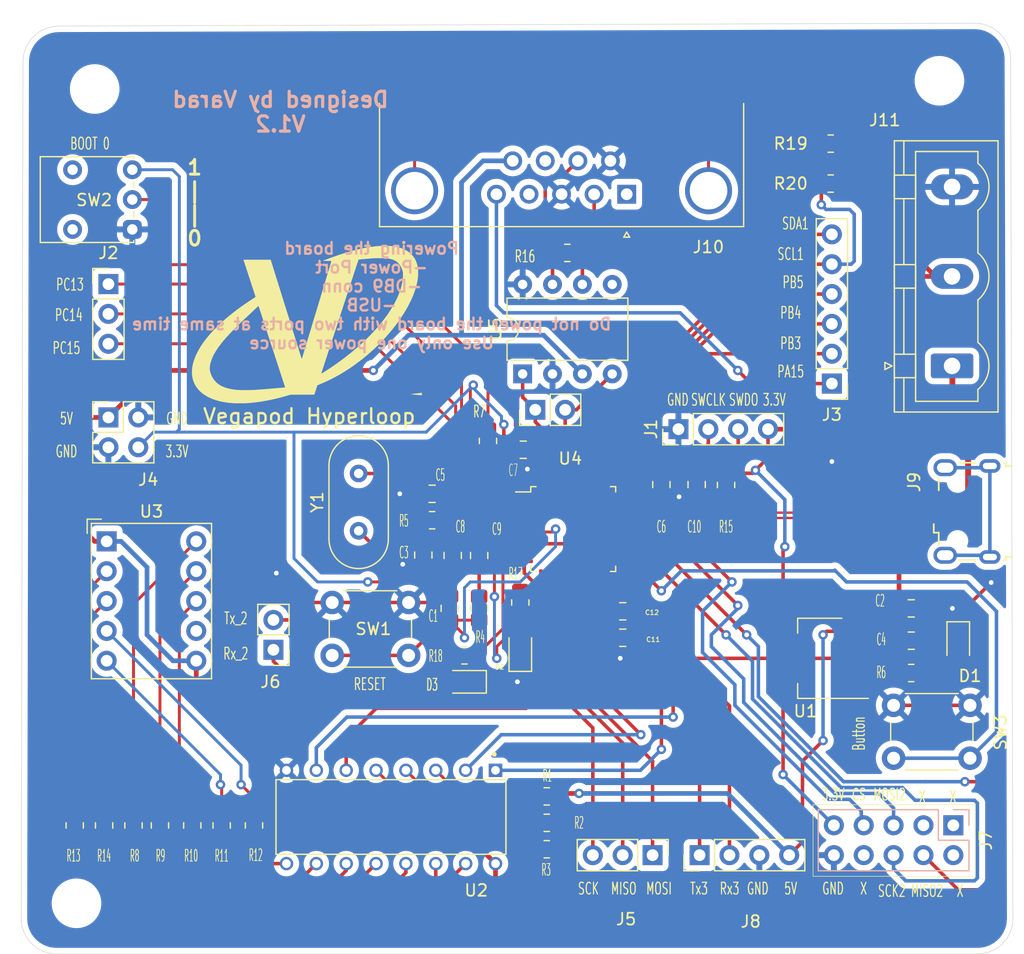
<source format=kicad_pcb>
(kicad_pcb (version 20211014) (generator pcbnew)
  (layers (0 "F.Cu" signal) (31 "B.Cu" signal) (34 "B.Paste" user) (35 "F.Paste" user) (36 "B.SilkS" user "B.Silkscreen") (37 "F.SilkS" user "F.Silkscreen") (38 "B.Mask" user) (39 "F.Mask" user) (44 "Edge.Cuts" user))
  (net 0 "")
  (net 1 "/Display_B")
  (net 2 "/Display_C")
  (net 3 "Net-(R1-Pad2)")
  (net 4 "Net-(R2-Pad2)")
  (net 5 "Net-(R3-Pad2)")
  (net 6 "/Display_D")
  (net 7 "/Display_A")
  (net 8 "GND")
  (net 9 "Net-(R12-Pad1)")
  (net 10 "Net-(R11-Pad1)")
  (net 11 "Net-(R10-Pad1)")
  (net 12 "Net-(R9-Pad1)")
  (net 13 "Net-(R8-Pad1)")
  (net 14 "Net-(R14-Pad1)")
  (net 15 "Net-(R13-Pad1)")
  (net 16 "VBUS")
  (net 17 "Net-(R14-Pad2)")
  (net 18 "Net-(R7-Pad1)")
  (net 19 "/BOOT0")
  (net 20 "Net-(R8-Pad2)")
  (net 21 "Net-(R9-Pad2)")
  (net 22 "Net-(R10-Pad2)")
  (net 23 "Net-(R11-Pad2)")
  (net 24 "Net-(R12-Pad2)")
  (net 25 "Net-(D1-Pad2)")
  (net 26 "+3.3V")
  (net 27 "/OSC_OUT")
  (net 28 "Net-(C3-Pad1)")
  (net 29 "/RESET")
  (net 30 "Net-(R13-Pad2)")
  (net 31 "/USB_D+")
  (net 32 "Net-(J10-Pad2)")
  (net 33 "Net-(J10-Pad7)")
  (net 34 "Net-(D2-Pad2)")
  (net 35 "/LED1")
  (net 36 "Net-(D3-Pad2)")
  (net 37 "/LED2")
  (net 38 "/CAN_Tx")
  (net 39 "/CAN_Rx")
  (net 41 "/PC13")
  (net 42 "/PC14")
  (net 43 "/PC15")
  (net 44 "/OSC_IN")
  (net 45 "/UART_2_Tx")
  (net 46 "/UART_2_Rx")
  (net 47 "/SPI_1_SCK")
  (net 48 "/SPI_1_MISO")
  (net 49 "/SPI_1_MOSI")
  (net 50 "/UART_3_Tx")
  (net 51 "/UART_3_Rx")
  (net 52 "/Usr_Push_btn")
  (net 53 "/SPI_2_SCK")
  (net 54 "/SPI_2_MISO")
  (net 55 "/SPI_2_MOSI")
  (net 56 "/CS")
  (net 57 "/A9")
  (net 58 "/A10")
  (net 59 "/USB_D-")
  (net 60 "/SW_DIO")
  (net 61 "/SW_SCK")
  (net 62 "/PA15")
  (net 63 "/SW_Trace")
  (net 64 "/PB4")
  (net 65 "/PB5")
  (net 66 "/I2C_1_SCL")
  (net 67 "/I2C_1_SDA")
  (net 70 "unconnected-(J9-Pad6)")
  (net 75 "unconnected-(J10-Pad0)")
  (footprint "Package_QFP:LQFP-48_7x7mm_P0.5mm" (layer "F.Cu") (at 148.5 93)
    (fp_text reference "U4")
    (fp_text value "STM32F103C8Tx")
  )
  (footprint "Resistor_SMD:R_0805_2012Metric_Pad1.20x1.40mm_HandSolder" (layer "F.Cu") (at 146.25 120.25 180)
    (fp_text reference "R3" hide)
    (fp_text value "R_US" hide)
  )
  (footprint "Connector_Dsub:DSUB-9_Male_Horizontal_P2.77x2.84mm_EdgePinOffset4.94mm_Housed_MountingHolesOffset7.48mm" (layer "F.Cu") (at 153.05 64.505331 180)
    (fp_text reference "J10")
    (fp_text value "DB9_Male_MountingHoles")
  )
  (footprint "Capacitor_SMD:C_0805_2012Metric_Pad1.18x1.45mm_HandSolder" (layer "F.Cu") (at 177.25 99.75)
    (fp_text reference "C2" hide)
    (fp_text value "22uF" hide)
  )
  (footprint "Resistor_SMD:R_0805_2012Metric_Pad1.20x1.40mm_HandSolder" (layer "F.Cu") (at 144 99.25 90)
    (fp_text reference "R17" hide)
    (fp_text value "1.5k" hide)
  )
  (footprint "Resistor_SMD:R_0805_2012Metric_Pad1.20x1.40mm_HandSolder" (layer "F.Cu") (at 146.25 115.75 180)
    (fp_text reference "R1" hide)
    (fp_text value "R_US" hide)
  )
  (footprint "Capacitor_SMD:C_0805_2012Metric_Pad1.18x1.45mm_HandSolder" (layer "F.Cu") (at 144.25 86.25)
    (fp_text reference "C7")
    (fp_text value "100nF" hide)
  )
  (footprint "Button_Switch_THT:SW_PUSH_6mm_H5mm" (layer "F.Cu") (at 175.75 108)
    (fp_text reference "SW3")
    (fp_text value "SW_Push" hide)
  )
  (footprint "Crystal:Crystal_HC49-U_Vertical" (layer "F.Cu") (at 130.25 93.15 90)
    (fp_text reference "Y1")
    (fp_text value "Crystal" hide)
  )
  (footprint "MountingHole:MountingHole_3.2mm_M3" (layer "F.Cu") (at 106.25 124.85)
    (fp_text reference "REF**" hide)
    (fp_text value "MountingHole_3.2mm_M3" hide)
  )
  (footprint "BluePill_slave:logo6" (layer "F.Cu") (at 125.629132 75.580647)
    (fp_text reference "G***" hide)
    (fp_text value "LOGO" hide)
  )
  (footprint "Connector_PinHeader_2.54mm:PinHeader_1x06_P2.54mm_Vertical" (layer "F.Cu") (at 170.5 80.62 180)
    (fp_text reference "J3")
    (fp_text value "Conn_01x06_Male" hide)
  )
  (footprint "Connector_PinHeader_2.54mm:PinHeader_1x02_P2.54mm_Vertical" (layer "F.Cu") (at 123 103.275 180)
    (fp_text reference "J6")
    (fp_text value "Conn_01x02_Male" hide)
  )
  (footprint "LED_SMD:LED_0805_2012Metric_Pad1.15x1.40mm_HandSolder" (layer "F.Cu") (at 144 103.25 90)
    (fp_text reference "D2" hide)
    (fp_text value "LED" hide)
  )
  (footprint "Button_Switch_THT:SW_Push_1P2T_Vertical_E-Switch_800UDP8P1A1M6" (layer "F.Cu") (at 111 67.5 180)
    (fp_text reference "SW2")
    (fp_text value "SW_SPDT" hide)
  )
  (footprint "Connector_USB:USB_Micro-B_Wuerth_629105150521" (layer "F.Cu") (at 181.99 91.505 90)
    (fp_text reference "J9")
    (fp_text value "USB_B_Micro")
  )
  (footprint "Resistor_SMD:R_0805_2012Metric_Pad1.20x1.40mm_HandSolder" (layer "F.Cu") (at 106.1 118.22 90)
    (fp_text reference "R13" hide)
    (fp_text value "R_US" hide)
  )
  (footprint "Capacitor_SMD:C_0805_2012Metric_Pad1.18x1.45mm_HandSolder" (layer "F.Cu") (at 152.7125 102.25 180)
    (fp_text reference "C11" hide)
    (fp_text value "100nF" hide)
  )
  (footprint "MountingHole:MountingHole_3.2mm_M3" (layer "F.Cu") (at 179.65 54.85)
    (fp_text reference "REF**" hide)
    (fp_text value "MountingHole_3.2mm_M3" hide)
  )
  (footprint "Resistor_SMD:R_0805_2012Metric_Pad1.20x1.40mm_HandSolder" (layer "F.Cu") (at 141.25 85.5 -90)
    (fp_text reference "R7")
    (fp_text value "10k" hide)
  )
  (footprint "Resistor_SMD:R_0805_2012Metric_Pad1.20x1.40mm_HandSolder" (layer "F.Cu") (at 111.1 118.22 90)
    (fp_text reference "R8" hide)
    (fp_text value "R_US" hide)
  )
  (footprint "Resistor_SMD:R_0805_2012Metric_Pad1.20x1.40mm_HandSolder" (layer "F.Cu") (at 161.5 89.25 90)
    (fp_text reference "R15" hide)
    (fp_text value "1.5k" hide)
  )
  (footprint "Package_DIP:DIP-8_W7.62mm" (layer "F.Cu") (at 144.2 79.8 90)
    (fp_text reference "U5")
    (fp_text value "MCP2551-I-SN" hide)
  )
  (footprint "Connector_PinHeader_2.54mm:PinHeader_1x04_P2.54mm_Vertical" (layer "F.Cu") (at 157.45 84.5 90)
    (fp_text reference "J1")
    (fp_text value "Conn_01x04_Male" hide)
  )
  (footprint "Connector_PinHeader_2.54mm:PinHeader_1x03_P2.54mm_Vertical" (layer "F.Cu") (at 108.966 72.151)
    (fp_text reference "J2")
    (fp_text value "Conn_01x03_Male" hide)
  )
  (footprint "Capacitor_SMD:C_0805_2012Metric_Pad1.18x1.45mm_HandSolder" (layer "F.Cu") (at 152.7125 100 180)
    (fp_text reference "C12" hide)
    (fp_text value "1uF" hide)
  )
  (footprint "Resistor_SMD:R_0805_2012Metric_Pad1.20x1.40mm_HandSolder" (layer "F.Cu") (at 170.4 63.6)
    (fp_text reference "R20")
    (fp_text value "R_US" hide)
  )
  (footprint "Resistor_SMD:R_0805_2012Metric_Pad1.20x1.40mm_HandSolder" (layer "F.Cu") (at 118.6 118.22 90)
    (fp_text reference "R11" hide)
    (fp_text value "R_US" hide)
  )
  (footprint "Resistor_SMD:R_0805_2012Metric_Pad1.20x1.40mm_HandSolder" (layer "F.Cu") (at 139.25 103.75)
    (fp_text reference "R18" hide)
    (fp_text value "1.5k" hide)
  )
  (footprint "Resistor_SMD:R_0805_2012Metric_Pad1.20x1.40mm_HandSolder" (layer "F.Cu") (at 121.35 118.22 90)
    (fp_text reference "R12" hide)
    (fp_text value "R_US" hide)
  )
  (footprint "Connector_PinHeader_2.54mm:PinHeader_1x04_P2.54mm_Vertical" (layer "F.Cu") (at 159.25 120.75 90)
    (fp_text reference "J8")
    (fp_text value "Conn_01x04_Male" hide)
  )
  (footprint "Resistor_SMD:R_0805_2012Metric_Pad1.20x1.40mm_HandSolder" (layer "F.Cu") (at 146.25 118 180)
    (fp_text reference "R2" hide)
    (fp_text value "R_US" hide)
  )
  (footprint "Button_Switch_THT:SW_PUSH_6mm_H5mm" (layer "F.Cu") (at 128 99.25)
    (fp_text reference "SW1")
    (fp_text value "SW_Push" hide)
  )
  (footprint "Capacitor_SMD:C_0805_2012Metric_Pad1.18x1.45mm_HandSolder" (layer "F.Cu") (at 136.5 90)
    (fp_text reference "C5" hide)
    (fp_text value "30pF" hide)
  )
  (footprint "Capacitor_SMD:C_0805_2012Metric_Pad1.18x1.45mm_HandSolder" (layer "F.Cu") (at 156 89.2125 -90)
    (fp_text reference "C6" hide)
    (fp_text value "100nF" hide)
  )
  (footprint "MountingHole:MountingHole_3.2mm_M3" (layer "F.Cu") (at 107.8 55.55)
    (fp_text reference "REF**" hide)
    (fp_text value "MountingHole_3.2mm_M3" hide)
  )
  (footprint "Package_TO_SOT_SMD:SOT-223-3_TabPin2" (layer "F.Cu") (at 169.5 104 180)
    (fp_text reference "U1")
    (fp_text value "AMS1117-3.3" hide)
  )
  (footprint "Capacitor_SMD:C_0805_2012Metric_Pad1.18x1.45mm_HandSolder" (layer "F.Cu") (at 138 99.75 90)
    (fp_text reference "C1" hide)
    (fp_text value "100nF" hide)
  )
  (footprint "Capacitor_SMD:C_0805_2012Metric_Pad1.18x1.45mm_HandSolder" (layer "F.Cu") (at 140.5 95.25 90)
    (fp_text reference "C9" hide)
    (fp_text value "100nF" hide)
  )
  (footprint "Resistor_SMD:R_0805_2012Metric_Pad1.20x1.40mm_HandSolder" (layer "F.Cu") (at 140.5 99.75 -90)
    (fp_text reference "R4" hide)
    (fp_text value "10k" hide)
  )
  (footprint "Capacitor_SMD:C_0805_2012Metric_Pad1.18x1.45mm_HandSolder" (layer "F.Cu") (at 177.25 102.5)
    (fp_text reference "C4" hide)
    (fp_text value "22uF" hide)
  )
  (footprint "Resistor_SMD:R_0805_2012Metric_Pad1.20x1.40mm_HandSolder" (layer "F.Cu") (at 148 69.5 180)
    (fp_text reference "R16" hide)
    (fp_text value "120" hide)
  )
  (footprint "LED_SMD:LED_0805_2012Metric_Pad1.15x1.40mm_HandSolder" (layer "F.Cu") (at 139.25 106 180)
    (fp_text reference "D3")
    (fp_text value "LED" hide)
  )
  (footprint "Resistor_SMD:R_0805_2012Metric_Pad1.20x1.40mm_HandSolder" (layer "F.Cu") (at 113.35 118.22 90)
    (fp_text reference "R9" hide)
    (fp_text value "R_US" hide)
  )
  (footprint "Resistor_SMD:R_0805_2012Metric_Pad1.20x1.40mm_HandSolder" (layer "F.Cu") (at 170.4 60.2)
    (fp_text reference "R19")
    (fp_text value "R_US" hide)
  )
  (footprint "Capacitor_SMD:C_0805_2012Metric_Pad1.18x1.45mm_HandSolder" (layer "F.Cu") (at 135.75 95.2125 -90)
    (fp_text reference "C3" hide)
    (fp_text value "30pF" hide)
  )
  (footprint "Resistor_SMD:R_0805_2012Metric_Pad1.20x1.40mm_HandSolder" (layer "F.Cu") (at 108.6 118.22 90)
    (fp_text reference "R14" hide)
    (fp_text value "R_US" hide)
  )
  (footprint "Connector_PinHeader_2.54mm:PinHeader_1x02_P2.54mm_Vertical" (layer "F.Cu") (at 145.275 82.85 90)
    (fp_text reference "J12" hide)
    (fp_text value "Conn_01x02_Male" hide)
  )
  (footprint "Connector_PinHeader_2.54mm:PinHeader_1x03_P2.54mm_Vertical" (layer "F.Cu") (at 155.25 120.75 -90)
    (fp_text reference "J5")
    (fp_text value "Conn_01x03_Male" hide)
  )
  (footprint "Capacitor_SMD:C_0805_2012Metric_Pad1.18x1.45mm_HandSolder" (layer "F.Cu") (at 138.25 95.25 90)
    (fp_text reference "C8" hide)
    (fp_text value "100nF" hide)
  )
  (footprint "Resistor_SMD:R_0805_2012Metric_Pad1.20x1.40mm_HandSolder" (layer "F.Cu") (at 136.5 92.25 180)
    (fp_text reference "R5" hide)
    (fp_text value "10k" hide)
  )
  (footprint "Display_7Segment:Sx39-1xxxxx" (layer "F.Cu") (at 108.8175 94.0475)
    (fp_text reference "U3")
    (fp_text value "SA39-12EWA" hide)
  )
  (footprint "LED_SMD:LED_0805_2012Metric_Pad1.15x1.40mm_HandSolder" (layer "F.Cu") (at 181.25 102.75 -90)
    (fp_text reference "D1")
    (fp_text value "LED" hide)
  )
  (footprint "Resistor_SMD:R_0805_2012Metric_Pad1.20x1.40mm_HandSolder" (layer "F.Cu") (at 177.25 105.25 180)
    (fp_text reference "R6" hide)
    (fp_text value "1.5k" hide)
  )
  (footprint "Connector_Phoenix_GMSTB:PhoenixContact_GMSTBVA_2,5_3-G-7,62_1x03_P7.62mm_Vertical" (layer "F.Cu") (at 180.7225 79.12 90)
    (fp_text reference "J11")
    (fp_text value "Conn_01x03_Male" hide)
  )
  (footprint "Resistor_SMD:R_0805_2012Metric_Pad1.20x1.40mm_HandSolder" (layer "F.Cu") (at 116.1 118.22 90)
    (fp_text reference "R10" hide)
    (fp_text value "R_US" hide)
  )
  (footprint "Connector_PinHeader_2.54mm:PinHeader_2x02_P2.54mm_Vertical" (layer "F.Cu") (at 108.966 83.5)
    (fp_text reference "J4")
    (fp_text value "Conn_02x02_Odd_Even" hide)
  )
  (footprint "sn74ls47:DIP794W45P254L1930H508Q16" (layer "F.Cu") (at 133 117.5 -90)
    (fp_text reference "U2")
    (fp_text value "74LS47")
  )
  (footprint "Capacitor_SMD:C_0805_2012Metric_Pad1.18x1.45mm_HandSolder" (layer "F.Cu") (at 159 89.2125 -90)
    (fp_text reference "C10" hide)
    (fp_text value "100nF" hide)
  )
  (footprint "Connector_PinSocket_2.54mm:PinSocket_2x05_P2.54mm_Vertical" (layer "B.Cu") (at 180.83 118.21 90)
    (fp_text reference "J7")
    (fp_text value "Conn_02x05_Top_Bottom" hide)
  )
  (gr_line (start 123.22 114.325) (end 142.78 114.325) (layer "F.SilkS") (width 0.12))
  (gr_poly (pts (xy 182.65 122.55) (xy 168.9 122.55) (xy 168.9 116.45) (xy 182.65 116.45)) (layer "F.SilkS") (width 0.05) (fill none))
  (gr_line (start 142.78 120.675) (end 123.22 120.675) (layer "F.SilkS") (width 0.12))
  (gr_line (start 101.700001 53.35) (end 101.55 126.15) (layer "Edge.Cuts") (width 0.05))
  (gr_arc (start 182.65 49.95) (mid 184.806676 50.843324) (end 185.7 53) (layer "Edge.Cuts") (width 0.05))
  (gr_arc (start 101.700001 53.35) (mid 102.557096 51.127816) (end 104.75 50.198362) (layer "Edge.Cuts") (width 0.05))
  (gr_arc (start 104.55 129.15) (mid 102.42868 128.27132) (end 101.55 126.15) (layer "Edge.Cuts") (width 0.05))
  (gr_arc (start 185.9 126.15) (mid 185.02132 128.27132) (end 182.9 129.15) (layer "Edge.Cuts") (width 0.05))
  (gr_line (start 104.55 129.15) (end 182.9 129.15) (layer "Edge.Cuts") (width 0.05))
  (gr_line (start 185.9 126.15) (end 185.7 53) (layer "Edge.Cuts") (width 0.05))
  (gr_line (start 182.65 49.95) (end 104.75 50.198362) (layer "Edge.Cuts") (width 0.05))
  (gr_text "Designed by Varad\nV1.2" (at 123.6 57.5) (layer "B.SilkS") (effects (font (size 1.3 1.3) (thickness 0.27)) (justify mirror)))
  (gr_text "Powering the board\n-Power Port\n-DB9 conn\n-USB\nDo not power the board with two ports at same time\nUse only one power source\n \n \n" (at 131.35 74.75) (layer "B.SilkS") (effects (font (size 1 1) (thickness 0.2)) (justify mirror)))
  (gr_text "GND" (at 114.8 83.6) (layer "F.SilkS") (effects (font (size 1 0.6) (thickness 0.1))))
  (gr_text "Rx_2" (at 119.8 103.6) (layer "F.SilkS") (effects (font (size 1 0.6) (thickness 0.1))))
  (gr_text "BOOT 0" (at 107.4 60.2) (layer "F.SilkS") (effects (font (size 1 0.6) (thickness 0.1))))
  (gr_text "SCL1" (at 167 69.6) (layer "F.SilkS") (effects (font (size 1 0.6) (thickness 0.1))))
  (gr_text "5V" (at 105.4 83.6) (layer "F.SilkS") (effects (font (size 1 0.6) (thickness 0.1))))
  (gr_text "C4" (at 174.7 102.4) (layer "F.SilkS") (effects (font (size 1 0.4) (thickness 0.075))))
  (gr_text "PA15" (at 167 79.6) (layer "F.SilkS") (effects (font (size 1 0.6) (thickness 0.1))))
  (gr_text "R10" (at 116 120.8) (layer "F.SilkS") (effects (font (size 1 0.4) (thickness 0.075))))
  (gr_text "SWCLK\n" (at 160 82) (layer "F.SilkS") (effects (font (size 1 0.6) (thickness 0.1))))
  (gr_text "SWDO\n" (at 163 82) (layer "F.SilkS") (effects (font (size 1 0.6) (thickness 0.1))))
  (gr_text "3.3V" (at 165.6 82) (layer "F.SilkS") (effects (font (size 1 0.6) (thickness 0.1))))
  (gr_text "R14" (at 108.6 120.8) (layer "F.SilkS") (effects (font (size 1 0.4) (thickness 0.075))))
  (gr_text "3.3V" (at 170.6 115.6) (layer "F.SilkS") (effects (font (size 1 0.6) (thickness 0.1))))
  (gr_text "C2" (at 174.6 99.1) (layer "F.SilkS") (effects (font (size 1 0.4) (thickness 0.075))))
  (gr_text "X" (at 178.191398 115.784423) (layer "F.SilkS") (effects (font (size 1 0.6) (thickness 0.1))))
  (gr_text "C10" (at 158.8 92.8) (layer "F.SilkS") (effects (font (size 1 0.4) (thickness 0.075))))
  (gr_text "C3" (at 134.1 95) (layer "F.SilkS") (effects (font (size 1 0.4) (thickness 0.075))))
  (gr_text "R8" (at 111.2 120.8) (layer "F.SilkS") (effects (font (size 1 0.4) (thickness 0.075))))
  (gr_text "D2" (at 142.25 104.75) (layer "F.SilkS") (effects (font (size 0.4 0.4) (thickness 0.075))))
  (gr_text "C12" (at 155.2 100.1) (layer "F.SilkS") (effects (font (size 0.4 0.4) (thickness 0.075))))
  (gr_text "R17" (at 143.6 96.8) (layer "F.SilkS") (effects (font (size 1 0.4) (thickness 0.075))))
  (gr_text "GND" (at 105.4 86.4) (layer "F.SilkS") (effects (font (size 1 0.6) (thickness 0.1))))
  (gr_text "R13\n" (at 106 120.8) (layer "F.SilkS") (effects (font (size 1 0.4) (thickness 0.075))))
  (gr_text "Tx_2" (at 119.8 100.6) (layer "F.SilkS") (effects (font (size 1 0.6) (thickness 0.1))))
  (gr_text "R5" (at 134.1 92.3) (layer "F.SilkS") (effects (font (size 1 0.4) (thickness 0.075))))
  (gr_text "C1" (at 136.6 100.4) (layer "F.SilkS") (effects (font (size 1 0.4) (thickness 0.075))))
  (gr_text "PC14\n	\n" (at 105.6 75.6) (layer "F.SilkS") (effects (font (size 1 0.6) (thickness 0.1))))
  (gr_text "PB4" (at 167 74.6) (layer "F.SilkS") (effects (font (size 1 0.6) (thickness 0.1))))
  (gr_text "PB3" (at 167 77.2) (layer "F.SilkS") (effects (font (size 1 0.6) (thickness 0.1))))
  (gr_text "Rx3" (at 161.8 123.6) (layer "F.SilkS") (effects (font (size 1 0.6) (thickness 0.1))))
  (gr_text "R18" (at 136.8 103.8) (layer "F.SilkS") (effects (font (size 1 0.4) (thickness 0.075))))
  (gr_text "MOSI2" (at 175.4 115.6) (layer "F.SilkS") (effects (font (size 1 0.6) (thickness 0.1))))
  (gr_text "Tx3\n" (at 159.2 123.6) (layer "F.SilkS") (effects (font (size 1 0.6) (thickness 0.1))))
  (gr_text "R6" (at 174.7 105.2) (layer "F.SilkS") (effects (font (size 1 0.4) (thickness 0.075))))
  (gr_text "SDA1" (at 167.4 67) (layer "F.SilkS") (effects (font (size 1 0.6) (thickness 0.1))))
  (gr_text "R16" (at 144.4 69.8) (layer "F.SilkS") (effects (font (size 1 0.6) (thickness 0.1))))
  (gr_text "GND" (at 157.4 82) (layer "F.SilkS") (effects (font (size 1 0.6) (thickness 0.1))))
  (gr_text "C5" (at 137.2 88.4) (layer "F.SilkS") (effects (font (size 1 0.4) (thickness 0.075))))
  (gr_text "R3" (at 146.2 122) (layer "F.SilkS") (effects (font (size 1 0.4) (thickness 0.075))))
  (gr_text "R1" (at 146.3 114) (layer "F.SilkS") (effects (font (size 1 0.4) (thickness 0.075))))
  (gr_text "R11" (at 118.6 120.8) (layer "F.SilkS") (effects (font (size 1 0.4) (thickness 0.075))))
  (gr_text "PB5" (at 167.2 72) (layer "F.SilkS") (effects (font (size 1 0.6) (thickness 0.1))))
  (gr_text "R15" (at 161.5 92.8) (layer "F.SilkS") (effects (font (size 1 0.4) (thickness 0.075))))
  (gr_text "PC15" (at 105.4 77.6) (layer "F.SilkS") (effects (font (size 1 0.6) (thickness 0.1))))
  (gr_text "MOSI" (at 155.8 123.6) (layer "F.SilkS") (effects (font (size 1 0.6) (thickness 0.1))))
  (gr_text "R9" (at 113.4 120.8) (layer "F.SilkS") (effects (font (size 1 0.4) (thickness 0.075))))
  (gr_text "C8" (at 138.9 92.8) (layer "F.SilkS") (effects (font (size 1 0.4) (thickness 0.075))))
  (gr_text "GND" (at 170.6 123.6) (layer "F.SilkS") (effects (font (size 1 0.6) (thickness 0.1))))
  (gr_text "R12" (at 121.5 120.75) (layer "F.SilkS") (effects (font (size 1 0.4) (thickness 0.075))))
  (gr_text "Vegapod Hyperloop" (at 126.05 83.4) (layer "F.SilkS") (effects (font (size 1.25 1.25) (thickness 0.2))))
  (gr_text "X" (at 173.2 123.6) (layer "F.SilkS") (effects (font (size 1 0.6) (thickness 0.1))))
  (gr_text "CS" (at 172.8 115.6) (layer "F.SilkS") (effects (font (size 1 0.6) (thickness 0.1))))
  (gr_text "MISO" (at 152.8 123.6) (layer "F.SilkS") (effects (font (size 1 0.6) (thickness 0.1))))
  (gr_text "3.3V" (at 114.8 86.4) (layer "F.SilkS") (effects (font (size 1 0.6) (thickness 0.1))))
  (gr_text "GND" (at 164.2 123.6) (layer "F.SilkS") (effects (font (size 1 0.6) (thickness 0.1))))
  (gr_text "C11" (at 155.3 102.4) (layer "F.SilkS") (effects (font (size 0.4 0.4) (thickness 0.075))))
  (gr_text "C9" (at 142 93) (layer "F.SilkS") (effects (font (size 1 0.4) (thickness 0.075))))
  (gr_text "MISO2" (at 178.6 123.8) (layer "F.SilkS") (effects (font (size 1 0.6) (thickness 0.1))))
  (gr_text "R2" (at 149 118) (layer "F.SilkS") (effects (font (size 1 0.4) (thickness 0.075))))
  (gr_text "X" (at 181.4 123.8) (layer "F.SilkS") (effects (font (size 1 0.6) (thickness 0.1))))
  (gr_text "RESET" (at 131.2 106.2) (layer "F.SilkS") (effects (font (size 1 0.6) (thickness 0.1))))
  (gr_text "SCK" (at 149.8 123.6) (layer "F.SilkS") (effects (font (size 1 0.6) (thickness 0.1))))
  (gr_text "Button" (at 172.8 110.4 90) (layer "F.SilkS") (effects (font (size 1 0.6) (thickness 0.1))))
  (gr_text "X" (at 180.796746 115.784423) (layer "F.SilkS") (effects (font (size 1 0.6) (thickness 0.1))))
  (gr_text "1\n|\n|\n0" (at 116.3 65.25) (layer "F.SilkS") (effects (font (size 1.25 1.25) (thickness 0.25))))
  (gr_text "R4" (at 140.6 102.2) (layer "F.SilkS") (effects (font (size 1 0.4) (thickness 0.075))))
  (gr_text "5V" (at 167 123.6) (layer "F.SilkS") (effects (font (size 1 0.6) (thickness 0.1))))
  (gr_text "PC13" (at 105.7 72.2) (layer "F.SilkS") (effects (font (size 1 0.6) (thickness 0.1))))
  (gr_text "C6" (at 156 92.8) (layer "F.SilkS") (effects (font (size 1 0.4) (thickness 0.075))))
  (gr_text "SCK2" (at 175.6 123.8) (layer "F.SilkS") (effects (font (size 1 0.6) (thickness 0.1))))
  (segment (start 148.75 100) (end 149 100.25) (width 0.3) (layer "F.Cu") (net 1))
  (segment (start 149 104.5) (end 150.5 106) (width 0.3) (layer "F.Cu") (net 1))
  (segment (start 148.75 97.1625) (end 148.75 99.75) (width 0.3) (layer "F.Cu") (net 1))
  (segment (start 150.75 106.25) (end 155.75 106.25) (width 0.3) (layer "F.Cu") (net 1))
  (segment (start 155.75 106.25) (end 156 106.5) (width 0.3) (layer "F.Cu") (net 1))
  (segment (start 149 100.25) (end 149 104) (width 0.3) (layer "F.Cu") (net 1))
  (segment (start 149 104) (end 149 104.5) (width 0.3) (layer "F.Cu") (net 1))
  (segment (start 150.5 106) (end 150.75 106.25) (width 0.3) (layer "F.Cu") (net 1))
  (segment (start 156 106.5) (end 156 111.75) (width 0.3) (layer "F.Cu") (net 1))
  (segment (start 148.75 99.75) (end 148.75 100) (width 0.3) (layer "F.Cu") (net 1))
  (via (at 156 111.75) (size 0.8) (drill 0.4) (layers "F.Cu" "B.Cu") (net 1))
  (segment (start 154.22 113.53) (end 141.89 113.53) (width 0.3) (layer "B.Cu") (net 1))
  (segment (start 156 111.75) (end 154.22 113.53) (width 0.3) (layer "B.Cu") (net 1))
  (segment (start 148.25 97.1625) (end 148.25 104) (width 0.3) (layer "F.Cu") (net 2))
  (segment (start 148.25 104.5) (end 154.25 110.5) (width 0.3) (layer "F.Cu") (net 2))
  (segment (start 148.25 104) (end 148.25 104.5) (width 0.3) (layer "F.Cu") (net 2))
  (via (at 154.25 110.5) (size 0.8) (drill 0.4) (layers "F.Cu" "B.Cu") (net 2))
  (segment (start 142.38 110.5) (end 139.35 113.53) (width 0.3) (layer "B.Cu") (net 2))
  (segment (start 154.25 110.5) (end 142.38 110.5) (width 0.3) (layer "B.Cu") (net 2))
  (segment (start 139.03 115.75) (end 145.25 115.75) (width 0.25) (layer "F.Cu") (net 3))
  (segment (start 136.81 113.53) (end 139.03 115.75) (width 0.25) (layer "F.Cu") (net 3))
  (segment (start 138.74 118) (end 145.25 118) (width 0.25) (layer "F.Cu") (net 4))
  (segment (start 134.27 113.53) (end 138.74 118) (width 0.25) (layer "F.Cu") (net 4))
  (segment (start 136.95 118.75) (end 143.75 118.75) (width 0.25) (layer "F.Cu") (net 5))
  (segment (start 131.73 113.53) (end 136.95 118.75) (width 0.25) (layer "F.Cu") (net 5))
  (segment (start 143.75 118.75) (end 145.25 120.25) (width 0.25) (layer "F.Cu") (net 5))
  (segment (start 146.25 106.5) (end 144.5 108.25) (width 0.3) (layer "F.Cu") (net 6))
  (segment (start 131.75 108.25) (end 129.19 110.81) (width 0.3) (layer "F.Cu") (net 6))
  (segment (start 129.19 110.81) (end 129.19 113.53) (width 0.3) (layer "F.Cu") (net 6))
  (segment (start 146.25 97.1625) (end 146.25 106.5) (width 0.3) (layer "F.Cu") (net 6))
  (segment (start 144.5 108.25) (end 131.75 108.25) (width 0.3) (layer "F.Cu") (net 6))
  (segment (start 156.25 105.75) (end 151.042894 105.75) (width 0.3) (layer "F.Cu") (net 7))
  (segment (start 149.5 100) (end 149.25 99.75) (width 0.3) (layer "F.Cu") (net 7))
  (segment (start 149.5 104.207106) (end 149.5 100) (width 0.3) (layer "F.Cu") (net 7))
  (segment (start 157 109) (end 157 106.5) (width 0.3) (layer "F.Cu") (net 7))
  (segment (start 149.25 99.75) (end 149.25 97.1625) (width 0.3) (layer "F.Cu") (net 7))
  (segment (start 157 106.5) (end 156.25 105.75) (width 0.3) (layer "F.Cu") (net 7))
  (segment (start 151.042894 105.75) (end 149.5 104.207106) (width 0.3) (layer "F.Cu") (net 7))
  (via (at 157 109) (size 0.8) (drill 0.4) (layers "F.Cu" "B.Cu") (net 7))
  (segment (start 129.25 109) (end 126.65 111.6) (width 0.3) (layer "B.Cu") (net 7))
  (segment (start 126.65 111.6) (end 126.65 113.53) (width 0.3) (layer "B.Cu") (net 7))
  (segment (start 157 109) (end 129.25 109) (width 0.3) (layer "B.Cu") (net 7))
  (segment (start 156 90.25) (end 157.5 90.25) (width 0.3) (layer "F.Cu") (net 8))
  (segment (start 128 99.25) (end 134.5 99.25) (width 0.3) (layer "F.Cu") (net 8))
  (segment (start 135.4625 90) (end 133.75 90) (width 0.3) (layer "F.Cu") (net 8))
  (segment (start 125.75 99.25) (end 123.25 96.75) (width 0.3) (layer "F.Cu") (net 8))
  (segment (start 145.2875 87.2125) (end 144.6 87.9) (width 0.3) (layer "F.Cu") (net 8))
  (segment (start 135.75 96.25) (end 134.25 96.25) (width 0.3) (layer "F.Cu") (net 8))
  (segment (start 157.5 90.25) (end 158.5 90.25) (width 0.3) (layer "F.Cu") (net 8))
  (segment (start 146.25 87.2125) (end 145.2875 86.25) (width 0.3) (layer "F.Cu") (net 8))
  (segment (start 173.455 90.205) (end 170.5 87.25) (width 0.3) (layer "F.Cu") (net 8))
  (segment (start 137.4625 99.25) (end 138 98.7125) (width 0.3) (layer "F.Cu") (net 8))
  (segment (start 140.275 106) (end 142.275 106) (width 0.25) (layer "F.Cu") (net 8))
  (segment (start 174.05 106.3) (end 175.75 108) (width 0.25) (layer "F.Cu") (net 8))
  (segment (start 180.475 102.5) (end 181.25 101.725) (width 0.3) (layer "F.Cu") (net 8))
  (segment (start 178.2875 102.2125) (end 180.75 99.75) (width 0.3) (layer "F.Cu") (net 8))
  (segment (start 134.25 96.25) (end 134 96) (width 0.3) (layer "F.Cu") (net 8))
  (segment (start 178.2875 102.5) (end 178.2875 102.2125) (width 0.3) (layer "F.Cu") (net 8))
  (segment (start 142.5 106) (end 143.75 106) (width 0.25) (layer "F.Cu") (net 8))
  (segment (start 155.5 90.75) (end 156 90.25) (width 0.3) (layer "F.Cu") (net 8))
  (segment (start 178.2875 102.5) (end 178.2875 99.75) (width 0.3) (layer "F.Cu") (net 8))
  (segment (start 144.3375 93.75) (end 140.9625 93.75) (width 0.3) (layer "F.Cu") (net 8))
  (segment (start 145.2875 86.25) (end 145.2875 87.2125) (width 0.3) (layer "F.Cu") (net 8))
  (segment (start 135.75 96.25) (end 137.7875 94.2125) (width 0.3) (layer "F.Cu") (net 8))
  (segment (start 151.675 103.175) (end 152.5 104) (width 0.3) (layer "F.Cu") (net 8))
  (segment (start 142.275 106) (end 142.3875 105.8875) (width 0.25) (layer "F.Cu") (net 8))
  (segment (start 151.675 102.25) (end 151.675 100) (width 0.3) (layer "F.Cu") (net 8))
  (segment (start 184.05 97.55) (end 181.85 99.75) (width 0.3) (layer "F.Cu") (net 8))
  (segment (start 150.75 99.075) (end 151.675 100) (width 0.3) (layer "F.Cu") (net 8))
  (segment (start 146.25 88.8375) (end 146.25 87.2125) (width 0.3) (layer "F.Cu") (net 8))
  (segment (start 175.75 108) (end 182.25 108) (width 0.3) (layer "F.Cu") (net 8))
  (segment (start 151.675 102.25) (end 151.675 103.175) (width 0.3) (layer "F.Cu") (net 8))
  (segment (start 152.6625 90.75) (end 155.5 90.75) (width 0.3) (layer "F.Cu") (net 8))
  (segment (start 181.85 99.75) (end 180.75 99.75) (width 0.3) (layer "F.Cu") (net 8))
  (segment (start 128 99.25) (end 125.75 99.25) (width 0.3) (layer "F.Cu") (net 8))
  (segment (start 150.75 97.1625) (end 150.75 99.075) (width 0.3) (layer "F.Cu") (net 8))
  (segment (start 142.3875 105.8875) (end 144 104.275) (width 0.25) (layer "F.Cu") (net 8))
  (segment (start 172.65 106.3) (end 174.05 106.3) (width 0.25) (layer "F.Cu") (net 8))
  (segment (start 134.5 99.25) (end 137.4625 99.25) (width 0.3) (layer "F.Cu") (net 8))
  (segment (start 180.09 90.205) (end 173.455 90.205) (width 0.3) (layer "F.Cu") (net 8))
  (segment (start 137.7875 94.2125) (end 138.25 94.2125) (width 0.3) (layer "F.Cu") (net 8))
  (segment (start 142.3875 105.8875) (end 142.5 106) (width 0.25) (layer "F.Cu") (net 8))
  (segment (start 140.9625 93.75) (end 140.5 94.2125) (width 0.3) (layer "F.Cu") (net 8))
  (segment (start 140.5 94.2125) (end 138.25 94.2125) (width 0.3) (layer "F.Cu") (net 8))
  (segment (start 178.2875 102.5) (end 180.475 102.5) (width 0.3) (layer "F.Cu") (net 8))
  (via (at 123.25 96.75) (size 0.8) (drill 0.4) (layers "F.Cu" "B.Cu") (net 8))
  (via (at 134 96) (size 0.8) (drill 0.4) (layers "F.Cu" "B.Cu") (net 8))
  (via (at 170.5 87.25) (size 0.8) (drill 0.4) (layers "F.Cu" "B.Cu") (net 8))
  (via (at 133.75 90) (size 0.8) (drill 0.4) (layers "F.Cu" "B.Cu") (net 8))
  (via (at 184.05 97.55) (size 0.8) (drill 0.4) (layers "F.Cu" "B.Cu") (net 8))
  (via (at 143.75 106) (size 0.8) (drill 0.4) (layers "F.Cu" "B.Cu") (net 8))
  (via (at 180.75 99.75) (size 0.8) (drill 0.4) (layers "F.Cu" "B.Cu") (net 8))
  (via (at 157.5 90.25) (size 0.8) (drill 0.4) (layers "F.Cu" "B.Cu") (net 8))
  (via (at 152.5 104) (size 0.8) (drill 0.4) (layers "F.Cu" "B.Cu") (net 8))
  (via (at 144.6 87.9) (size 0.8) (drill 0.4) (layers "F.Cu" "B.Cu") (net 8))
  (segment (start 168.25 82.25) (end 158.25 82.25) (width 0.3) (layer "B.Cu") (net 8))
  (segment (start 158.25 82.25) (end 157.45 83.05) (width 0.3) (layer "B.Cu") (net 8))
  (segment (start 170.5 87.25) (end 170.5 84.5) (width 0.3) (layer "B.Cu") (net 8))
  (segment (start 157.45 83.05) (end 157.45 84.5) (width 0.3) (layer "B.Cu") (net 8))
  (segment (start 170.5 84.5) (end 168.25 82.25) (width 0.3) (layer "B.Cu") (net 8))
  (segment (start 121.35 120.75) (end 122.07 121.47) (width 0.3) (layer "F.Cu") (net 9))
  (segment (start 122.07 121.47) (end 124.11 121.47) (width 0.3) (layer "F.Cu") (net 9))
  (segment (start 121.35 119.22) (end 121.35 120.75) (width 0.3) (layer "F.Cu") (net 9))
  (segment (start 126.65 121.47) (end 125.37 122.75) (width 0.3) (layer "F.Cu") (net 10))
  (segment (start 121.75 122.75) (end 118.6 119.6) (width 0.3) (layer "F.Cu") (net 10))
  (segment (start 118.6 119.6) (end 118.6 119.22) (width 0.3) (layer "F.Cu") (net 10))
  (segment (start 125.37 122.75) (end 121.75 122.75) (width 0.3) (layer "F.Cu") (net 10))
  (segment (start 129.19 122.06) (end 129.19 121.47) (width 0.3) (layer "F.Cu") (net 11))
  (segment (start 120.13 123.25) (end 128 123.25) (width 0.3) (layer "F.Cu") (net 11))
  (segment (start 116.1 119.22) (end 120.13 123.25) (width 0.3) (layer "F.Cu") (net 11))
  (segment (start 128 123.25) (end 129.19 122.06) (width 0.3) (layer "F.Cu") (net 11))
  (segment (start 117.88 123.75) (end 129.5 123.75) (width 0.3) (layer "F.Cu") (net 12))
  (segment (start 129.5 123.7) (end 131.73 121.47) (width 0.3) (layer "F.Cu") (net 12))
  (segment (start 113.35 119.22) (end 117.88 123.75) (width 0.3) (layer "F.Cu") (net 12))
  (segment (start 129.5 123.75) (end 129.5 123.7) (width 0.3) (layer "F.Cu") (net 12))
  (segment (start 111.1 119.22) (end 116.13 124.25) (width 0.3) (layer "F.Cu") (net 13))
  (segment (start 134.27 122.23) (end 134.27 121.47) (width 0.3) (layer "F.Cu") (net 13))
  (segment (start 132.25 124.25) (end 134.27 122.23) (width 0.3) (layer "F.Cu") (net 13))
  (segment (start 116.13 124.25) (end 132.25 124.25) (width 0.3) (layer "F.Cu") (net 13))
  (segment (start 114.75 124.75) (end 134.75 124.75) (width 0.3) (layer "F.Cu") (net 14))
  (segment (start 136.81 122.69) (end 136.81 121.47) (width 0.3) (layer "F.Cu") (net 14))
  (segment (start 134.75 124.75) (end 136.81 122.69) (width 0.3) (layer "F.Cu") (net 14))
  (segment (start 108.6 119.22) (end 109.22 119.22) (width 0.3) (layer "F.Cu") (net 14))
  (segment (start 109.22 119.22) (end 114.75 124.75) (width 0.3) (layer "F.Cu") (net 14))
  (segment (start 106.1 119.22) (end 112.13 125.25) (width 0.3) (layer "F.Cu") (net 15))
  (segment (start 112.13 125.25) (end 135.57 125.25) (width 0.3) (layer "F.Cu") (net 15))
  (segment (start 135.57 125.25) (end 139.35 121.47) (width 0.3) (layer "F.Cu") (net 15))
  (segment (start 182.090001 92.279999) (end 181.54 92.83) (width 0.5) (layer "F.Cu") (net 16))
  (segment (start 174.2625 101.7) (end 176.2125 99.75) (width 0.3) (layer "F.Cu") (net 16))
  (segment (start 176.2125 95.0375) (end 176.2125 99.75) (width 0.4) (layer "F.Cu") (net 16))
  (segment (start 180.75 81.5) (end 182.090001 82.840001) (width 0.5) (layer "F.Cu") (net 16))
  (segment (start 168 119.62) (end 166.87 120.75) (width 0.3) (layer "F.Cu") (net 16))
  (segment (start 182.090001 82.840001) (end 182.090001 92.279999) (width 0.5) (layer "F.Cu") (net 16))
  (segment (start 120.75 109) (end 118.5 109) (width 0.4) (layer "F.Cu") (net 16))
  (segment (start 147.25 122.75) (end 146.5 123.5) (width 0.4) (layer "F.Cu") (net 16))
  (segment (start 169.75 111) (end 168 112.75) (width 0.3) (layer "F.Cu") (net 16))
  (segment (start 141.89 123.14) (end 141.89 121.47) (width 0.4) (layer "F.Cu") (net 16))
  (segment (start 169.75 102) (end 170.05 101.7) (width 0.3) (layer "F.Cu") (net 16))
  (segment (start 122.25 115.75) (end 122.25 110.5) (width 0.4) (layer "F.Cu") (net 16))
  (segment (start 118.5 109) (end 116.4375 106.9375) (width 0.4) (layer "F.Cu") (net 16))
  (segment (start 178.445 92.805) (end 176.2125 95.0375) (width 0.4) (layer "F.Cu") (net 16))
  (segment (start 147.25 120.25) (end 147.25 118) (width 0.4) (layer "F.Cu") (net 16))
  (segment (start 168 112.75) (end 168 119.62) (width 0.3) (layer "F.Cu") (net 16))
  (segment (start 142.25 123.5) (end 141.89 123.14) (width 0.4) (layer "F.Cu") (net 16))
  (segment (start 116.4375 106.9375) (end 116.4375 104.2075) (width 0.4) (layer "F.Cu") (net 16))
  (segment (start 147.25 115.75) (end 147.25 118) (width 0.4) (layer "F.Cu") (net 16))
  (segment (start 105.5 91.75) (end 105.5 85.25) (width 0.4) (layer "F.Cu") (net 16))
  (segment (start 146.5 123.5) (end 142.25 123.5) (width 0.4) (layer "F.Cu") (net 16))
  (segment (start 107.7975 94.0475) (end 105.5 91.75) (width 0.4) (layer "F.Cu") (net 16))
  (segment (start 147.5 115.5) (end 147.25 115.75) (width 0.4) (layer "F.Cu") (net 16))
  (segment (start 181.54 92.83) (end 180.09 92.83) (width 0.5) (layer "F.Cu") (net 16))
  (segment (start 126.25 119.75) (end 122.25 115.75) (width 0.4) (layer "F.Cu") (net 16))
  (segment (start 178.445 92.805) (end 180.09 92.805) (width 0.4) (layer "F.Cu") (net 16))
  (segment (start 131.5 79.5) (end 112.966 79.5) (width 0.4) (layer "F.Cu") (net 16))
  (segment (start 122.25 110.5) (end 120.75 109) (width 0.4) (layer "F.Cu") (net 16))
  (segment (start 140.17 119.75) (end 126.25 119.75) (width 0.4) (layer "F.Cu") (net 16))
  (segment (start 107.25 83.5) (end 108.966 83.5) (width 0.4) (layer "F.Cu") (net 16))
  (segment (start 112.966 79.5) (end 108.966 83.5) (width 0.4) (layer "F.Cu") (net 16))
  (segment (start 108.8175 94.0475) (end 107.7975 94.0475) (width 0.4) (layer "F.Cu") (net 16))
  (segment (start 141.89 121.47) (end 140.17 119.75) (width 0.4) (layer "F.Cu") (net 16))
  (segment (start 105.5 85.25) (end 107.25 83.5) (width 0.4) (layer "F.Cu") (net 16))
  (segment (start 180.7225 79.12) (end 180.75 79.1475) (width 0.5) (layer "F.Cu") (net 16))
  (segment (start 149 115.5) (end 147.5 115.5) (width 0.4) (layer "F.Cu") (net 16))
  (segment (start 147.25 120.25) (end 147.25 122.75) (width 0.4) (layer "F.Cu") (net 16))
  (segment (start 170.05 101.7) (end 172.65 101.7) (width 0.3) (layer "F.Cu") (net 16))
  (segment (start 172.65 101.7) (end 174.2625 101.7) (width 0.3) (layer "F.Cu") (net 16))
  (segment (start 180.75 79.1475) (end 180.75 81.5) (width 0.5) (layer "F.Cu") (net 16))
  (via (at 149 115.5) (size 0.8) (drill 0.4) (layers "F.Cu" "B.Cu") (net 16))
  (via (at 169.75 102) (size 0.8) (drill 0.4) (layers "F.Cu" "B.Cu") (net 16))
  (via (at 131.5 79.5) (size 0.8) (drill 0.4) (layers "F.Cu" "B.Cu") (net 16))
  (via (at 169.75 111) (size 0.8) (drill 0.4) (layers "F.Cu" "B.Cu") (net 16))
  (segment (start 139 76.5) (end 145.98 76.5) (width 0.4) (layer "B.Cu") (net 16))
  (segment (start 114.4575 104.2075) (end 112.25 102) (width 0.4) (layer "B.Cu") (net 16))
  (segment (start 110.0475 94.0475) (end 108.8175 94.0475) (width 0.4) (layer "B.Cu") (net 16))
  (segment (start 145.98 76.5) (end 149.28 79.8) (width 0.4) (layer "B.Cu") (net 16))
  (segment (start 139 63.5) (end 139 76.5) (width 0.4) (layer "B.Cu") (net 16))
  (segment (start 134.5 76.5) (end 139 76.5) (width 0.4) (layer "B.Cu") (net 16))
  (segment (start 169.75 102) (end 169.75 111) (width 0.3) (layer "B.Cu") (net 16))
  (segment (start 116.4375 104.2075) (end 114.4575 104.2075) (width 0.4) (layer "B.Cu") (net 16))
  (segment (start 143.355 61.665331) (end 140.834669 61.665331) (width 0.4) (layer "B.Cu") (net 16))
  (segment (start 112.25 96.25) (end 110.0475 94.0475) (width 0.4) (layer "B.Cu") (net 16))
  (segment (start 149 115.5) (end 161.62 115.5) (width 0.4) (layer "B.Cu") (net 16))
  (segment (start 140.834669 61.665331) (end 139 63.5) (width 0.4) (layer "B.Cu") (net 16))
  (segment (start 161.62 115.5) (end 166.87 120.75) (width 0.4) (layer "B.Cu") (net 16))
  (segment (start 131.5 79.5) (end 134.5 76.5) (width 0.4) (layer "B.Cu") (net 16))
  (segment (start 112.25 102) (end 112.25 96.25) (width 0.4) (layer "B.Cu") (net 16))
  (segment (start 106.75 100.75) (end 107.195 100.75) (width 0.25) (layer "F.Cu") (net 17))
  (segment (start 108.6 117.1) (end 106.75 115.25) (width 0.25) (layer "F.Cu") (net 17))
  (segment (start 108.6 117.22) (end 108.6 117.1) (width 0.25) (layer "F.Cu") (net 17))
  (segment (start 106.75 115.25) (end 106.75 100.75) (width 0.25) (layer "F.Cu") (net 17))
  (segment (start 107.195 100.75) (end 108.8175 99.1275) (width 0.25) (layer "F.Cu") (net 17))
  (segment (start 113 65.5) (end 113 69.75) (width 0.25) (layer "F.Cu") (net 18))
  (segment (start 113 69.75) (end 113.75 70.5) (width 0.25) (layer "F.Cu") (net 18))
  (segment (start 141.25 79.5) (end 141.25 84.5) (width 0.25) (layer "F.Cu") (net 18))
  (segment (start 111 64.96) (end 112.46 64.96) (width 0.25) (layer "F.Cu") (net 18))
  (segment (start 112.46 64.96) (end 113 65.5) (width 0.25) (layer "F.Cu") (net 18))
  (segment (start 132.25 70.5) (end 141.25 79.5) (width 0.25) (layer "F.Cu") (net 18))
  (segment (start 113.75 70.5) (end 132.25 70.5) (width 0.25) (layer "F.Cu") (net 18))
  (segment (start 147.75 88.8375) (end 147.75 90) (width 0.25) (layer "F.Cu") (net 19))
  (segment (start 145.9375 90.5) (end 144.75 89.3125) (width 0.25) (layer "F.Cu") (net 19))
  (segment (start 144.75 89.3125) (end 144.0625 89.3125) (width 0.25) (layer "F.Cu") (net 19))
  (segment (start 144.0625 89.3125) (end 141.25 86.5) (width 0.25) (layer "F.Cu") (net 19))
  (segment (start 147.75 90) (end 147.25 90.5) (width 0.25) (layer "F.Cu") (net 19))
  (segment (start 147.25 90.5) (end 145.9375 90.5) (width 0.25) (layer "F.Cu") (net 19))
  (segment (start 111.1 99.385) (end 116.4375 94.0475) (width 0.25) (layer "F.Cu") (net 20))
  (segment (start 111.1 117.22) (end 111.1 99.385) (width 0.25) (layer "F.Cu") (net 20))
  (segment (start 113.35 99.675) (end 116.4375 96.5875) (width 0.25) (layer "F.Cu") (net 21))
  (segment (start 113.35 117.22) (end 113.35 99.675) (width 0.25) (layer "F.Cu") (net 21))
  (segment (start 115 100.5) (end 115.065 100.5) (width 0.25) (layer "F.Cu") (net 22))
  (segment (start 116.1 116.6) (end 115 115.5) (width 0.25) (layer "F.Cu") (net 22))
  (segment (start 115 115.5) (end 115 100.5) (width 0.25) (layer "F.Cu") (net 22))
  (segment (start 115.065 100.5) (end 116.4375 99.1275) (width 0.25) (layer "F.Cu") (net 22))
  (segment (start 116.1 117.22) (end 116.1 116.6) (width 0.25) (layer "F.Cu") (net 22))
  (segment (start 118.6 117.22) (end 118.6 114.85) (width 0.25) (layer "F.Cu") (net 23))
  (segment (start 118.6 114.85) (end 118.5 114.75) (width 0.25) (layer "F.Cu") (net 23))
  (via (at 118.5 114.75) (size 0.8) (drill 0.4) (layers "F.Cu" "B.Cu") (net 23))
  (segment (start 118.5 114.75) (end 118.5 113.89) (width 0.25) (layer "B.Cu") (net 23))
  (segment (start 118.5 113.89) (end 108.8175 104.2075) (width 0.25) (layer "B.Cu") (net 23))
  (segment (start 121.35 117.22) (end 121.35 115.85) (width 0.25) (layer "F.Cu") (net 24))
  (segment (start 121.35 115.85) (end 120.25 114.75) (width 0.25) (layer "F.Cu") (net 24))
  (via (at 120.25 114.75) (size 0.8) (drill 0.4) (layers "F.Cu" "B.Cu") (net 24))
  (segment (start 120.25 114.75) (end 120.25 113.1) (width 0.25) (layer "B.Cu") (net 24))
  (segment (start 120.25 113.1) (end 108.8175 101.6675) (width 0.25) (layer "B.Cu") (net 24))
  (segment (start 179.775 105.25) (end 181.25 103.775) (width 0.3) (layer "F.Cu") (net 25))
  (segment (start 178.25 105.25) (end 179.775 105.25) (width 0.3) (layer "F.Cu") (net 25))
  (segment (start 139.75 87.5) (end 139.75 84) (width 0.25) (layer "F.Cu") (net 26))
  (segment (start 179.3 71.5) (end 180.7225 71.5) (width 0.4) (layer "F.Cu") (net 26))
  (segment (start 166.35 104) (end 154.5 104) (width 0.3) (layer "F.Cu") (net 26))
  (segment (start 172.65 104) (end 174.7125 104) (width 0.3) (layer "F.Cu") (net 26))
  (segment (start 175 73.25) (end 175 83) (width 0.4) (layer "F.Cu") (net 26))
  (segment (start 158.5 88.175) (end 161.425 88.175) (width 0.3) (layer "F.Cu") (net 26))
  (segment (start 154.5 103) (end 153.75 102.25) (width 0.3) (layer "F.Cu") (net 26))
  (segment (start 141.75 87.75) (end 140 87.75) (width 0.25) (layer "F.Cu") (net 26))
  (segment (start 144.3375 88.8375) (end 143.2125 87.7125) (width 0.3) (layer "F.Cu") (net 26))
  (segment (start 152.25 97.1625) (end 151.25 97.1625) (width 0.3) (layer "F.Cu") (net 26))
  (segment (start 142.6 84.1) (end 142.6 85) (width 0.3) (layer "F.Cu") (net 26))
  (segment (start 145.75 88.8375) (end 144.3375 88.8375) (width 0.3) (layer "F.Cu") (net 26))
  (segment (start 153.925 90.25) (end 156 88.175) (width 0.3) (layer "F.Cu") (net 26))
  (segment (start 174.7125 104) (end 176.2125 102.5) (width 0.3) (layer "F.Cu") (net 26))
  (segment (start 164 88) (end 165.07 86.93) (width 0.3) (layer "F.Cu") (net 26))
  (segment (start 154.5 104) (end 154.5 103) (width 0.3) (layer "F.Cu") (net 26))
  (segment (start 153.75 98.6625) (end 152.25 97.1625) (width 0.3) (layer "F.Cu") (net 26))
  (segment (start 165.07 86.93) (end 165.07 84.5) (width 0.3) (layer "F.Cu") (net 26))
  (segment (start 131.028 97.5) (end 137.0375 97.5) (width 0.25) (layer "F.Cu") (net 26))
  (segment (start 144.3375 94.25) (end 142.5375 94.25) (width 0.3) (layer "F.Cu") (net 26))
  (segment (start 137.0375 97.5) (end 138.25 96.2875) (width 0.25) (layer "F.Cu") (net 26))
  (segment (start 171.4 63.6) (end 179.3 71.5) (width 0.4) (layer "F.Cu") (net 26))
  (segment (start 144.3375 94.25) (end 149.65 94.25) (width 0.3) (layer "F.Cu") (net 26))
  (segment (start 176.25 102.5375) (end 176.2125 102.5) (width 0.3) (layer "F.Cu") (net 26))
  (segment (start 144.3375 90.25) (end 144.25 90.25) (width 0.25) (layer "F.Cu") (net 26))
  (segment (start 175 83) (end 173.5 84.5) (width 0.4) (layer "F.Cu") (net 26))
  (segment (start 142.6 85) (end 143.2125 85.6125) (width 0.3) (layer "F.Cu") (net 26))
  (segment (start 176.25 105.25) (end 176.25 102.5375) (width 0.3) (layer "F.Cu") (net 26))
  (segment (start 161.5 88.25) (end 163.75 88.25) (width 0.3) (layer "F.Cu") (net 26))
  (segment (start 139.75 81) (end 140 80.75) (width 0.25) (layer "F.Cu") (net 26))
  (segment (start 138.25 96.2875) (end 140.5 96.2875) (width 0.3) (layer "F.Cu") (net 26))
  (segment (start 143.2125 87.7125) (end 143.2125 86.25) (width 0.3) (layer "F.Cu") (net 26))
  (segment (start 140.5 98.75) (end 140.5 96.2875) (width 0.3) (layer "F.Cu") (net 26))
  (segment (start 156 88.175) (end 158.5 88.175) (width 0.3) (layer "F.Cu") (net 26))
  (segment (start 139.75 84) (end 139.75 81) (width 0.25) (layer "F.Cu") (net 26))
  (segment (start 151.25 95.85) (end 151.25 97.1625) (width 0.3) (layer "F.Cu") (net 26))
  (segment (start 153.75 102.25) (end 153.75 100) (width 0.3) (layer "F.Cu") (net 26))
  (segment (start 173.5 84.5) (end 165.07 84.5) (width 0.4) (layer "F.Cu") (net 26))
  (segment (start 161.425 88.175) (end 161.5 88.25) (width 0.3) (layer "F.Cu") (net 26))
  (segment (start 180.7225 71.5) (end 176.75 71.5) (width 0.4) (layer "F.Cu") (net 26))
  (segment (start 163.75 88.25) (end 164 88) (width 0.3) (layer "F.Cu") (net 26))
  (segment (start 144.25 90.25) (end 141.75 87.75) (width 0.25) (layer "F.Cu") (net 26))
  (segment (start 149.65 94.25) (end 151.25 95.85) (width 0.3) (layer "F.Cu") (net 26))
  (segment (start 140 87.75) (end 139.75 87.5) (width 0.25) (layer "F.Cu") (net 26))
  (segment (start 143.2125 85.6125) (end 143.2125 86.25) (width 0.3) (layer "F.Cu") (net 26))
  (segment (start 153.75 98.6625) (end 153.75 100) (width 0.3) (layer "F.Cu") (net 26))
  (segment (start 152.6625 90.25) (end 153.925 90.25) (width 0.3) (layer "F.Cu") (net 26))
  (segment (start 166.35 104) (end 166.35 94.65) (width 0.3) (layer "F.Cu") (net 26))
  (segment (start 142.5375 94.25) (end 140.5 96.2875) (width 0.3) (layer "F.Cu") (net 26))
  (segment (start 176.75 71.5) (end 175 73.25) (width 0.4) (layer "F.Cu") (net 26))
  (segment (start 166.35 104) (end 172.65 104) (width 0.3) (layer "F.Cu") (net 26))
  (segment (start 166.35 104) (end 166.35 113.89) (width 0.3) (layer "F.Cu") (net 26))
  (segment (start 171.4 60.2) (end 171.4 63.6) (width 0.4) (layer "F.Cu") (net 26))
  (segment (start 166.35 94.65) (end 166.5 94.5) (width 0.3) (layer "F.Cu") (net 26))
  (via (at 142.6 84.1) (size 0.8) (drill 0.4) (layers "F.Cu" "B.Cu") (net 26))
  (via (at 140 80.75) (size 0.8) (drill 0.4) (layers "F.Cu" "B.Cu") (net 26))
  (via (at 166.35 113.89) (size 0.8) (drill 0.4) (layers "F.Cu" "B.Cu") (net 26))
  (via (at 166.5 94.5) (size 0.8) (drill 0.4) (layers "F.Cu" "B.Cu") (net 26))
  (via (at 164 88) (size 0.8) (drill 0.4) (layers "F.Cu" "B.Cu") (net 26))
  (via (at 131.028 97.5) (size 0.8) (drill 0.4) (layers "F.Cu" "B.Cu") (net 26))
  (segment (start 115 63) (end 114.42 62.42) (width 0.25) (layer "B.Cu") (net 26))
  (segment (start 142.4 83.4) (end 140 81) (width 0.25) (layer "B.Cu") (net 26))
  (segment (start 166.5 94.5) (end 166.5 90.5) (width 0.3) (layer "B.Cu") (net 26))
  (segment (start 136 84.75) (end 124.75 84.75) (width 0.25) (layer "B.Cu") (net 26))
  (segment (start 124.75 95.5) (end 124.75 84.75) (width 0.25) (layer "B.Cu") (net 26))
  (segment (start 126.75 97.5) (end 124.75 95.5) (width 0.25) (layer "B.Cu") (net 26))
  (segment (start 115 84.5) (end 115 63) (width 0.25) (layer "B.Cu") (net 26))
  (segment (start 166.35 113.89) (end 170.67 118.21) (width 0.3) (layer "B.Cu") (net 26))
  (segment (start 111.506 86.04) (end 112.796 84.75) (width 0.25) (layer "B.Cu") (net 26))
  (segment (start 140 81) (end 140 80.75) (width 0.25) (layer "B.Cu") (net 26))
  (segment (start 142.4 83.9) (end 142.4 83.4) (width 0.25) (layer "B.Cu") (net 26))
  (segment (start 131.028 97.5) (end 126.75 97.5) (width 0.25) (layer "B.Cu") (net 26))
  (segment (start 124.75 84.75) (end 114.75 84.75) (width 0.25) (layer "B.Cu") (net 26))
  (segment (start 114.75 84.75) (end 115 84.5) (width 0.25) (layer "B.Cu") (net 26))
  (segment (start 140 80.75) (end 136 84.75) (width 0.25) (layer "B.Cu") (net 26))
  (segment (start 112.796 84.75) (end 114.75 84.75) (width 0.25) (layer "B.Cu") (net 26))
  (segment (start 114.42 62.42) (end 111 62.42) (width 0.25) (layer "B.Cu") (net 26))
  (segment (start 166.5 90.5) (end 164 88) (width 0.3) (layer "B.Cu") (net 26))
  (segment (start 142.6 84.1) (end 142.4 83.9) (width 0.25) (layer "B.Cu") (net 26))
  (segment (start 138 92.75) (end 137.5 92.25) (width 0.25) (layer "F.Cu") (net 27))
  (segment (start 144.3375 92.75) (end 138 92.75) (width 0.25) (layer "F.Cu") (net 27))
  (segment (start 130.25 93.15) (end 131.25 94.15) (width 0.3) (layer "F.Cu") (net 28))
  (segment (start 135.725 94.15) (end 135.75 94.175) (width 0.3) (layer "F.Cu") (net 28))
  (segment (start 135.75 94.175) (end 135.75 93) (width 0.3) (layer "F.Cu") (net 28))
  (segment (start 131.25 94.15) (end 135.725 94.15) (width 0.3) (layer "F.Cu") (net 28))
  (segment (start 137.4625 100.7875) (end 138 100.7875) (width 0.3) (layer "F.Cu") (net 29))
  (segment (start 134.5 103.75) (end 137.4625 100.7875) (width 0.3) (layer "F.Cu") (net 29))
  (segment (start 146.75 93.25) (end 144.3375 93.25) (width 0.25) (layer "F.Cu") (net 29))
  (segment (start 138.0375 100.75) (end 140.5 100.75) (width 0.25) (layer "F.Cu") (net 29))
  (segment (start 139.25 102.0375) (end 138 100.7875) (width 0.25) (layer "F.Cu") (net 29))
  (segment (start 147 93) (end 146.75 93.25) (width 0.25) (layer "F.Cu") (net 29))
  (segment (start 138 100.7875) (end 138.0375 100.75) (width 0.25) (layer "F.Cu") (net 29))
  (segment (start 128 103.75) (end 134.5 103.75) (width 0.3) (layer "F.Cu") (net 29))
  (segment (start 139.25 102.25) (end 139.25 102.0375) (width 0.25) (layer "F.Cu") (net 29))
  (via (at 139.25 102.25) (size 0.8) (drill 0.4) (layers "F.Cu" "B.Cu") (net 29))
  (via (at 147 93) (size 0.8) (drill 0.4) (layers "F.Cu" "B.Cu") (net 29))
  (segment (start 147 94.5) (end 147 93) (width 0.25) (layer "B.Cu") (net 29))
  (segment (start 139.25 98) (end 139.25 100) (width 0.25) (layer "B.Cu") (net 29))
  (segment (start 144 97.5) (end 139.75 97.5) (width 0.25) (layer "B.Cu") (net 29))
  (segment (start 145.75 95.75) (end 147 94.5) (width 0.25) (layer "B.Cu") (net 29))
  (segment (start 139.25 100) (end 139.25 102.25) (width 0.25) (layer "B.Cu") (net 29))
  (segment (start 139.75 97.5) (end 139.25 98) (width 0.25) (layer "B.Cu") (net 29))
  (segment (start 145.75 95.75) (end 144 97.5) (width 0.25) (layer "B.Cu") (net 29))
  (segment (start 106.1 117.22) (end 106.1 99.305) (width 0.25) (layer "F.Cu") (net 30))
  (segment (start 106.1 99.305) (end 108.8175 96.5875) (width 0.25) (layer "F.Cu") (net 30))
  (segment (start 163.157 91.08501) (end 163.157 91.605) (width 0.2) (layer "F.Cu") (net 31))
  (segment (start 162.32199 90.25) (end 163.157 91.08501) (width 0.2) (layer "F.Cu") (net 31))
  (segment (start 153.488423 91.774999) (end 152.687499 91.774999) (width 0.2) (layer "F.Cu") (net 31))
  (segment (start 161.5 90.25) (end 162.32199 90.25) (width 0.2) (layer "F.Cu") (net 31))
  (segment (start 153.658422 91.605) (end 153.488423 91.774999) (width 0.2) (layer "F.Cu") (net 31))
  (segment (start 152.687499 91.774999) (end 153.416 91.775) (width 0.2) (layer "F.Cu") (net 31))
  (segment (start 152.6625 91.75) (end 152.687499 91.774999) (width 0.2) (layer "F.Cu") (net 31))
  (segment (start 163.157 91.605) (end 179.014999 91.605) (width 0.2) (layer "F.Cu") (net 31))
  (segment (start 153.658422 91.605) (end 163.157 91.605) (width 0.2) (layer "F.Cu") (net 31))
  (segment (start 179.014999 91.605) (end 179.114999 91.505) (width 0.2) (layer "F.Cu") (net 31))
  (segment (start 179.114999 91.505) (end 180.09 91.505) (width 0.2) (layer "F.Cu") (net 31))
  (segment (start 150.28 68.22) (end 150.28 64.505331) (width 0.3) (layer "F.Cu") (net 32))
  (segment (start 149 69.5) (end 150.28 68.22) (width 0.3) (layer "F.Cu") (net 32))
  (segment (start 149.28 69.78) (end 149 69.5) (width 0.3) (layer "F.Cu") (net 32))
  (segment (start 149.28 72.18) (end 149.28 69.78) (width 0.3) (layer "F.Cu") (net 32))
  (segment (start 146.692804 62.971972) (end 147.588359 62.971972) (width 0.3) (layer "F.Cu") (net 33))
  (segment (start 146.118957 63.545819) (end 146.692804 62.971972) (width 0.3) (layer "F.Cu") (net 33))
  (segment (start 146.118957 68.618957) (end 146.118957 63.545819) (width 0.3) (layer "F.Cu") (net 33))
  (segment (start 147 69.5) (end 146.118957 68.618957) (width 0.3) (layer "F.Cu") (net 33))
  (segment (start 147.588359 62.971972) (end 148.895 61.665331) (width 0.3) (layer "F.Cu") (net 33))
  (segment (start 146.74 72.18) (end 146.74 69.76) (width 0.3) (layer "F.Cu") (net 33))
  (segment (start 146.74 69.26) (end 147 69) (width 0.3) (layer "F.Cu") (net 33))
  (segment (start 146.74 69.76) (end 147 69.5) (width 0.3) (layer "F.Cu") (net 33))
  (segment (start 146.74 69.51) (end 147.25 69) (width 0.3) (layer "F.Cu") (net 33))
  (segment (start 144 100.25) (end 144 102.225) (width 0.3) (layer "F.Cu") (net 34))
  (segment (start 142 104) (end 142 103) (width 0.25) (layer "F.Cu") (net 35))
  (segment (start 142.9745 102.0255) (end 142.9745 99.25) (width 0.25) (layer "F.Cu") (net 35))
  (segment (start 142 103) (end 142.9745 102.0255) (width 0.25) (layer "F.Cu") (net 35))
  (segment (start 144.3375 94.75) (end 142.75 94.75) (width 0.25) (layer "F.Cu") (net 35))
  (segment (start 141.7995 95.7005) (end 141.7995 98.75) (width 0.25) (layer "F.Cu") (net 35))
  (segment (start 142.9745 99.25) (end 143.9745 98.25) (width 0.25) (layer "F.Cu") (net 35))
  (segment (start 142.75 94.75) (end 141.7995 95.7005) (width 0.25) (layer "F.Cu") (net 35))
  (segment (start 143.9745 98.25) (end 144 98.25) (width 0.25) (layer "F.Cu") (net 35))
  (via (at 142 104) (size 0.8) (drill 0.4) (layers "F.Cu" "B.Cu") (net 35))
  (via (at 141.7995 98.75) (size 0.8) (drill 0.4) (layers "F.Cu" "B.Cu") (net 35))
  (segment (start 141.7995 103.7995) (end 142 104) (width 0.25) (layer "B.Cu") (net 35))
  (segment (start 141.7995 98.75) (end 141.7995 103.7995) (width 0.25) (layer "B.Cu") (net 35))
  (segment (start 138.25 103.75) (end 138.25 105.975) (width 0.25) (layer "F.Cu") (net 36))
  (segment (start 138.25 105.975) (end 138.225 106) (width 0.25) (layer "F.Cu") (net 36))
  (segment (start 142.5245 101.4755) (end 140.25 103.75) (width 0.25) (layer "F.Cu") (net 37))
  (segment (start 142.5245 96.259815) (end 142.5245 101.4755) (width 0.25) (layer "F.Cu") (net 37))
  (segment (start 144.3375 95.25) (end 143.534315 95.25) (width 0.25) (layer "F.Cu") (net 37))
  (segment (start 143.534315 95.25) (end 142.5245 96.259815) (width 0.25) (layer "F.Cu") (net 37))
  (segment (start 145.8 84.4) (end 143.8 84.4) (width 0.3) (layer "F.Cu") (net 38))
  (segment (start 146.75 88.8375) (end 146.75 85.35) (width 0.3) (layer "F.Cu") (net 38))
  (segment (start 143.6 84.2) (end 143.6 81.8) (width 0.3) (layer "F.Cu") (net 38))
  (segment (start 143.8 84.4) (end 143.6 84.2) (width 0.3) (layer "F.Cu") (net 38))
  (segment (start 146.75 85.35) (end 145.8 84.4) (width 0.3) (layer "F.Cu") (net 38))
  (segment (start 144.2 81.4) (end 144.2 79.8) (width 0.3) (layer "F.Cu") (net 38))
  (segment (start 144.2 81.775) (end 144.2 81.4) (width 0.3) (layer "F.Cu") (net 38))
  (segment (start 144 81.4) (end 144.2 81.4) (width 0.3) (layer "F.Cu") (net 38))
  (segment (start 145.8 84.4) (end 145.275 83.875) (width 0.3) (layer "F.Cu") (net 38))
  (segment (start 145.275 82.85) (end 144.2 81.775) (width 0.3) (layer "F.Cu") (net 38))
  (segment (start 143.6 81.8) (end 144 81.4) (width 0.3) (layer "F.Cu") (net 38))
  (segment (start 145.275 83.875) (end 145.275 82.85) (width 0.3) (layer "F.Cu") (net 38))
  (segment (start 147.815 84.585) (end 149.015 84.585) (width 0.3) (layer "F.Cu") (net 39))
  (segment (start 148.77 82.85) (end 149.31 82.31) (width 0.3) (layer "F.Cu") (net 39))
  (segment (start 147.815 84.585) (end 147.815 82.85) (width 0.3) (layer "F.Cu") (net 39))
  (segment (start 149.31 82.31) (end 151.82 79.8) (width 0.3) (layer "F.Cu") (net 39))
  (segment (start 147.25 88.8375) (end 147.25 86) (width 0.3) (layer "F.Cu") (net 39))
  (segment (start 147.25 86) (end 147.815 85.435) (width 0.3) (layer "F.Cu") (net 39))
  (segment (start 147.815 82.85) (end 148.77 82.85) (width 0.3) (layer "F.Cu") (net 39))
  (segment (start 149.31 84.29) (end 149.31 82.31) (width 0.3) (layer "F.Cu") (net 39))
  (segment (start 149.015 84.585) (end 149.31 84.29) (width 0.3) (layer "F.Cu") (net 39))
  (segment (start 147.815 85.435) (end 147.815 84.585) (width 0.3) (layer "F.Cu") (net 39))
  (segment (start 144.3375 90.75) (end 143.5 90.75) (width 0.25) (layer "F.Cu") (net 41))
  (segment (start 139 80.5) (end 130.977 72.477) (width 0.25) (layer "F.Cu") (net 41))
  (segment (start 130.651 72.151) (end 130.977 72.477) (width 0.25) (layer "F.Cu") (net 41))
  (segment (start 143.5 90.75) (end 141 88.25) (width 0.25) (layer "F.Cu") (net 41))
  (segment (start 141 88.25) (end 139.5 88.25) (width 0.25) (layer "F.Cu") (net 41))
  (segment (start 139.5 88.25) (end 139 87.75) (width 0.25) (layer "F.Cu") (net 41))
  (segment (start 108.966 72.151) (end 130.651 72.151) (width 0.25) (layer "F.Cu") (net 41))
  (segment (start 139 87.75) (end 139 80.5) (width 0.25) (layer "F.Cu") (net 41))
  (segment (start 108.966 74.691) (end 130.691 74.691) (width 0.25) (layer "F.Cu") (net 42))
  (segment (start 130.691 74.691) (end 131.251 75.251) (width 0.25) (layer "F.Cu") (net 42))
  (segment (start 138.5 82.5) (end 131.251 75.251) (width 0.25) (layer "F.Cu") (net 42))
  (segment (start 138.5 88) (end 138.5 82.5) (width 0.25) (layer "F.Cu") (net 42))
  (segment (start 144.3375 91.25) (end 143.25 91.25) (width 0.25) (layer "F.Cu") (net 42))
  (segment (start 139.2 88.7) (end 138.5 88) (width 0.25) (layer "F.Cu") (net 42))
  (segment (start 143.25 91.25) (end 140.7 88.7) (width 0.25) (layer "F.Cu") (net 42))
  (segment (start 140.7 88.7) (end 139.2 88.7) (width 0.25) (layer "F.Cu") (net 42))
  (segment (start 140.5 89.25) (end 139.113604 89.25) (width 0.25) (layer "F.Cu") (net 43))
  (segment (start 143 91.75) (end 140.5 89.25) (width 0.25) (layer "F.Cu") (net 43))
  (segment (start 144.3375 91.75) (end 143 91.75) (width 0.25) (layer "F.Cu") (net 43))
  (segment (start 108.966 77.231) (end 131.481 77.231) (width 0.25) (layer "F.Cu") (net 43))
  (segment (start 131.481 77.231) (end 132.154 77.904) (width 0.25) (layer "F.Cu") (net 43))
  (segment (start 138 88.136396) (end 138 83.75) (width 0.25) (layer "F.Cu") (net 43))
  (segment (start 138 83.75) (end 132.154 77.904) (width 0.25) (layer "F.Cu") (net 43))
  (segment (start 139.113604 89.25) (end 138 88.136396) (width 0.25) (layer "F.Cu") (net 43))
  (segment (start 132.228034 88.278034) (end 135.815534 88.278034) (width 0.3) (layer "F.Cu") (net 44))
  (segment (start 142.75 92.25) (end 140.5 90) (width 0.25) (layer "F.Cu") (net 44))
  (segment (start 140.5 90) (end 137.5375 90) (width 0.25) (layer "F.Cu") (net 44))
  (segment (start 130.25 88.27) (end 132.22 88.27) (width 0.3) (layer "F.Cu") (net 44))
  (segment (start 144.3375 92.25) (end 142.75 92.25) (width 0.25) (layer "F.Cu") (net 44))
  (segment (start 132.22 88.27) (end 132.228034 88.278034) (width 0.3) (layer "F.Cu") (net 44))
  (segment (start 135.815534 88.278034) (end 137.5375 90) (width 0.3) (layer "F.Cu") (net 44))
  (segment (start 145.2 97.6) (end 145.2 106.05) (width 0.3) (layer "F.Cu") (net 45))
  (segment (start 126 102.25) (end 124.485 100.735) (width 0.3) (layer "F.Cu") (net 45))
  (segment (start 126 106.5) (end 126 102.25) (width 0.3) (layer "F.Cu") (net 45))
  (segment (start 144.3375 95.75) (end 144.3375 96.7375) (width 0.3) (layer "F.Cu") (net 45))
  (segment (start 144 107.25) (end 126.75 107.25) (width 0.3) (layer "F.Cu") (net 45))
  (segment (start 144.3375 96.7375) (end 145.2 97.6) (width 0.3) (layer "F.Cu") (net 45))
  (segment (start 145.2 106.05) (end 144 107.25) (width 0.3) (layer "F.Cu") (net 45))
  (segment (start 126.75 107.25) (end 126 106.5) (width 0.3) (layer "F.Cu") (net 45))
  (segment (start 124.485 100.735) (end 123 100.735) (width 0.3) (layer "F.Cu") (net 45))
  (segment (start 126.5 107.75) (end 123 104.25) (width 0.3) (layer "F.Cu") (net 46))
  (segment (start 145.75 106.207106) (end 144.207106 107.75) (width 0.3) (layer "F.Cu") (net 46))
  (segment (start 123 104.25) (end 123 103.275) (width 0.3) (layer "F.Cu") (net 46))
  (segment (start 145.75 97.1625) (end 145.75 106.207106) (width 0.3) (layer "F.Cu") (net 46))
  (segment (start 144.207106 107.75) (end 126.5 107.75) (width 0.3) (layer "F.Cu") (net 46))
  (segment (start 146.75 97.1625) (end 146.75 106.5) (width 0.3) (layer "F.Cu") (net 47))
  (segment (start 150.17 109.92) (end 150.17 120.75) (width 0.3) (layer "F.Cu") (net 47))
  (segment (start 146.75 106.5) (end 150.17 109.92) (width 0.3) (layer "F.Cu") (net 47))
  (segment (start 147.25 97.1625) (end 147.25 105.75) (width 0.3) (layer "F.Cu") (net 48))
  (segment (start 147.25 105.75) (end 152.71 111.21) (width 0.3) (layer "F.Cu") (net 48))
  (segment (start 152.71 111.21) (end 152.71 120.75) (width 0.3) (layer "F.Cu") (net 48))
  (segment (start 155.25 112.75) (end 155.25 120.75) (width 0.3) (layer "F.Cu") (net 49))
  (segment (start 147.75 105.25) (end 155.25 112.75) (width 0.3) (layer "F.Cu") (net 49))
  (segment (start 147.75 97.1625) (end 147.75 105.25) (width 0.3) (layer "F.Cu") (net 49))
  (segment (start 159.25 106.5) (end 159.25 120.75) (width 0.3) (layer "F.Cu") (net 50))
  (segment (start 151.25 105.25) (end 158 105.25) (width 0.3) (layer "F.Cu") (net 50))
  (segment (start 149.75 99.5) (end 150 99.75) (width 0.3) (layer "F.Cu") (net 50))
  (segment (start 158 105.25) (end 159.25 106.5) (width 0.3) (layer "F.Cu") (net 50))
  (segment (start 149.75 97.1625) (end 149.75 99.5) (width 0.3) (layer "F.Cu") (net 50))
  (segment (start 150 99.75) (end 150 104) (width 0.3) (layer "F.Cu") (net 50))
  (segment (start 150 104) (end 151.25 105.25) (width 0.3) (layer "F.Cu") (net 50))
  (segment (start 158.5 104.75) (end 161.79 108.04) (width 0.3) (layer "F.Cu") (net 51))
  (segment (start 150.5 99.532106) (end 150.5 103.75) (width 0.3) (layer "F.Cu") (net 51))
  (segment (start 161.79 108.04) (end 161.79 120.75) (width 0.3) (layer "F.Cu") (net 51))
  (segment (start 150.25 99.282106) (end 150.5 99.532106) (width 0.3) (layer "F.Cu") (net 51))
  (segment (start 150.25 97.1625) (end 150.25 99.282106) (width 0.3) (layer "F.Cu") (net 51))
  (segment (start 151.5 104.75) (end 158.5 104.75) (width 0.3) (layer "F.Cu") (net 51))
  (segment (start 150.5 103.75) (end 151.5 104.75) (width 0.3) (layer "F.Cu") (net 51))
  (segment (start 152.6625 95.75) (end 153.5 95.75) (width 0.3) (layer "F.Cu") (net 52))
  (segment (start 153.5 95.75) (end 156 98.25) (width 0.3) (layer "F.Cu") (net 52))
  (via (at 156 98.25) (size 0.8) (drill 0.4) (layers "F.Cu" "B.Cu") (net 52))
  (segment (start 184.5 110.25) (end 182.25 112.5) (width 0.3) (layer "B.Cu") (net 52))
  (segment (start 170.75 96.5) (end 171.75 97.5) (width 0.3) (layer "B.Cu") (net 52))
  (segment (start 157.695 96.555) (end 170.695 96.555) (width 0.3) (layer "B.Cu") (net 52))
  (segment (start 184.5 100) (end 184.5 110.25) (width 0.3) (layer "B.Cu") (net 52))
  (segment (start 170.695 96.555) (end 170.75 96.5) (width 0.3) (layer "B.Cu") (net 52))
  (segment (start 182 97.5) (end 184.5 100) (width 0.3) (layer "B.Cu") (net 52))
  (segment (start 156 98.25) (end 157.695 96.555) (width 0.3) (layer "B.Cu") (net 52))
  (segment (start 171.75 97.5) (end 182 97.5) (width 0.3) (layer "B.Cu") (net 52))
  (segment (start 175.75 112.5) (end 182.25 112.5) (width 0.3) (layer "B.Cu") (net 52))
  (segment (start 154.75 95.25) (end 161.5 102) (width 0.3) (layer "F.Cu") (net 53))
  (segment (start 152.6625 95.25) (end 154.5 95.25) (width 0.3) (layer "F.Cu") (net 53))
  (segment (start 154.5 95.25) (end 154.75 95.25) (width 0.3) (layer "F.Cu") (net 53))
  (via (at 161.5 102) (size 0.8) (drill 0.4) (layers "F.Cu" "B.Cu") (net 53))
  (segment (start 182.88 116.332) (end 182.88 122.682) (width 0.3) (layer "B.Cu") (net 53))
  (segment (start 163.75 107.457106) (end 171.292894 115) (width 0.3) (layer "B.Cu") (net 53))
  (segment (start 163.75 104.25) (end 163.75 107.457106) (width 0.3) (layer "B.Cu") (net 53))
  (segment (start 182.88 122.682) (end 182.626 122.936) (width 0.3) (layer "B.Cu") (net 53))
  (segment (start 171.292894 115) (end 176.5 115) (width 0.3) (layer "B.Cu") (net 53))
  (segment (start 161.5 102) (end 163.75 104.25) (width 0.3) (layer "B.Cu") (net 53))
  (segment (start 177.578 116.078) (end 182.626 116.078) (width 0.3) (layer "B.Cu") (net 53))
  (segment (start 182.626 122.936) (end 176.784 122.936) (width 0.3) (layer "B.Cu") (net 53))
  (segment (start 182.626 116.078) (end 182.88 116.332) (width 0.3) (layer "B.Cu") (net 53))
  (segment (start 176.5 115) (end 177.578 116.078) (width 0.3) (layer "B.Cu") (net 53))
  (segment (start 175.75 121.902) (end 175.75 120.75) (width 0.3) (layer "B.Cu") (net 53))
  (segment (start 176.784 122.936) (end 175.75 121.902) (width 0.3) (layer "B.Cu") (net 53))
  (segment (start 183.896 115.57) (end 183.896 122.936) (width 0.3) (layer "F.Cu") (net 54))
  (segment (start 152.6625 94.75) (end 156 94.75) (width 0.3) (layer "F.Cu") (net 54))
  (segment (start 182.826 114.5) (end 183.896 115.57) (width 0.3) (layer "F.Cu") (net 54))
  (segment (start 181.238 123.698) (end 178.29 120.75) (width 0.3) (layer "F.Cu") (net 54))
  (segment (start 183.134 123.698) (end 181.238 123.698) (width 0.3) (layer "F.Cu") (net 54))
  (segment (start 183.896 122.936) (end 183.134 123.698) (width 0.3) (layer "F.Cu") (net 54))
  (segment (start 181.81 114.5) (end 182.826 114.5) (width 0.3) (layer "F.Cu") (net 54))
  (segment (start 156 94.75) (end 163.25 102) (width 0.3) (layer "F.Cu") (net 54))
  (via (at 163.25 102) (size 0.8) (drill 0.4) (layers "F.Cu" "B.Cu") (net 54))
  (via (at 181.81 114.5) (size 0.8) (drill 0.4) (layers "F.Cu" "B.Cu") (net 54))
  (segment (start 164.25 103) (end 164.25 107.25) (width 0.3) (layer "B.Cu") (net 54))
  (segment (start 178.5 114.5) (end 181.81 114.5) (width 0.3) (layer "B.Cu") (net 54))
  (segment (start 164.25 107.25) (end 171.5 114.5) (width 0.3) (layer "B.Cu") (net 54))
  (segment (start 171.5 114.5) (end 178.5 114.5) (width 0.3) (layer "B.Cu") (net 54))
  (segment (start 163.25 102) (end 164.25 103) (width 0.3) (layer "B.Cu") (net 54))
  (segment (start 152.6625 94.25) (end 156.559954 94.25) (width 0.3) (layer "F.Cu") (net 55))
  (segment (start 156.559954 94.25) (end 157.25 94.25) (width 0.3) (layer "F.Cu") (net 55))
  (segment (start 157.25 94.25) (end 162.5 99.5) (width 0.3) (layer "F.Cu") (net 55))
  (via (at 162.5 99.5) (size 0.8) (drill 0.4) (layers "F.Cu" "B.Cu") (net 55))
  (segment (start 160.25 102) (end 160.25 103) (width 0.3) (layer "B.Cu") (net 55))
  (segment (start 162.5 99.75) (end 160.25 102) (width 0.3) (layer "B.Cu") (net 55))
  (segment (start 170.75 115.5) (end 174.5 115.5) (width 0.3) (layer "B.Cu") (net 55))
  (segment (start 174.5 115.5) (end 175.75 116.75) (width 0.3) (layer "B.Cu") (net 55))
  (segment (start 162.5 99.5) (end 162.5 99.75) (width 0.3) (layer "B.Cu") (net 55))
  (segment (start 175.75 116.75) (end 175.75 118.21) (width 0.3) (layer "B.Cu") (net 55))
  (segment (start 163 105.75) (end 163 107.75) (width 0.3) (layer "B.Cu") (net 55))
  (segment (start 163 107.75) (end 170.75 115.5) (width 0.3) (layer "B.Cu") (net 55))
  (segment (start 160.25 103) (end 163 105.75) (width 0.3) (layer "B.Cu") (net 55))
  (segment (start 152.6625 93.75) (end 158.25 93.75) (width 0.3) (layer "F.Cu") (net 56))
  (segment (start 158.25 93.75) (end 162 97.5) (width 0.3) (layer "F.Cu") (net 56))
  (via (at 162 97.5) (size 0.8) (drill 0.4) (layers "F.Cu" "B.Cu") (net 56))
  (segment (start 172 116) (end 173 117) (width 0.3) (layer "B.Cu") (net 56))
  (segment (start 170.25 116) (end 172 116) (width 0.3) (layer "B.Cu") (net 56))
  (segment (start 173 118) (end 173.21 118.21) (width 0.3) (layer "B.Cu") (net 56))
  (segment (start 162 97.5) (end 159.5 100) (width 0.3) (layer "B.Cu") (net 56))
  (segment (start 159.5 103.5) (end 162.25 106.25) (width 0.3) (layer "B.Cu") (net 56))
  (segment (start 159.5 100) (end 159.5 103.5) (width 0.3) (layer "B.Cu") (net 56))
  (segment (start 162.25 108) (end 170.25 116) (width 0.3) (layer "B.Cu") (net 56))
  (segment (start 162.25 106.25) (end 162.25 108) (width 0.3) (layer "B.Cu") (net 56))
  (segment (start 173 117) (end 173 118) (width 0.3) (layer "B.Cu") (net 56))
  (segment (start 180.09 92.155) (end 179.114999 92.155) (width 0.2) (layer "F.Cu") (net 59))
  (segment (start 179.014999 92.055) (end 153.774107 92.055) (width 0.2) (layer "F.Cu") (net 59))
  (segment (start 152.6625 92.25) (end 152.687499 92.225001) (width 0.2) (layer "F.Cu") (net 59))
  (segment (start 152.687499 92.225001) (end 153.416 92.225) (width 0.2) (layer "F.Cu") (net 59))
  (segment (start 179.114999 92.155) (end 179.014999 92.055) (width 0.2) (layer "F.Cu") (net 59))
  (segment (start 153.604106 92.225001) (end 153.774107 92.055) (width 0.2) (layer "F.Cu") (net 59))
  (segment (start 152.687499 92.225001) (end 153.604106 92.225001) (width 0.2) (layer "F.Cu") (net 59))
  (segment (start 162.53 84.5) (end 162.53 85.97) (width 0.3) (layer "F.Cu") (net 60))
  (segment (start 161.5 87) (end 154.5 87) (width 0.3) (layer "F.Cu") (net 60))
  (segment (start 154.5 87) (end 151.2 90.3) (width 0.3) (layer "F.Cu") (net 60))
  (segment (start 151.2 91.2) (end 151.25 91.25) (width 0.3) (layer "F.Cu") (net 60))
  (segment (start 162.53 85.97) (end 161.5 87) (width 0.3) (layer "F.Cu") (net 60))
  (segment (start 151.25 91.25) (end 152.6625 91.25) (width 0.3) (layer "F.Cu") (net 60))
  (segment (start 151.2 90.3) (end 151.2 91.2) (width 0.3) (layer "F.Cu") (net 60))
  (segment (start 153.5875 86.5) (end 159.25 86.5) (width 0.3) (layer "F.Cu") (net 61))
  (segment (start 159.99 85.76) (end 159.99 84.5) (width 0.3) (layer "F.Cu") (net 61))
  (segment (start 151.25 88.8375) (end 153.5875 86.5) (width 0.3) (layer "F.Cu") (net 61))
  (segment (start 159.25 86.5) (end 159.99 85.76) (width 0.3) (layer "F.Cu") (net 61))
  (segment (start 157.257106 80.95) (end 162.65 80.95) (width 0.3) (layer "F.Cu") (net 62))
  (segment (start 150.75 87.457106) (end 157.257106 80.95) (width 0.3) (layer "F.Cu") (net 62))
  (segment (start 162.65 80.95) (end 162.98 80.62) (width 0.3) (layer "F.Cu") (net 62))
  (segment (start 150.75 88.8375) (end 150.75 87.457106) (width 0.3) (layer "F.Cu") (net 62))
  (segment (start 162.5 79.5) (end 163.62 80.62) (width 0.3) (layer "F.Cu") (net 62))
  (segment (start 163.62 80.62) (end 170.5 80.62) (width 0.3) (layer "F.Cu") (net 62))
  (segment (start 162.98 80.62) (end 163.62 80.62) (width 0.3) (layer "F.Cu") (net 62))
  (via (at 162.5 79.5) (size 0.8) (drill 0.4) (layers "F.Cu" "B.Cu") (net 62))
  (segment (start 141.97 73.97) (end 141.97 64.505331) (width 0.3) (layer "B.Cu") (net 62))
  (segment (start 157.6 74.6) (end 142.6 74.6) (width 0.3) (layer "B.Cu") (net 62))
  (segment (start 162.5 79.5) (end 157.6 74.6) (width 0.3) (layer "B.Cu") (net 62))
  (segment (start 142.6 74.6) (end 141.97 73.97) (width 0.3) (layer "B.Cu") (net 62))
  (segment (start 159.42 78.08) (end 170.5 78.08) (width 0.3) (layer "F.Cu") (net 63))
  (segment (start 150.25 88.8375) (end 150.25 87.25) (width 0.3) (layer "F.Cu") (net 63))
  (segment (start 150.25 87.25) (end 159.42 78.08) (width 0.3) (layer "F.Cu") (net 63))
  (segment (start 149.75 86.957106) (end 161.167106 75.54) (width 0.3) (layer "F.Cu") (net 64))
  (segment (start 149.75 88.8375) (end 149.75 86.957106) (width 0.3) (layer "F.Cu") (net 64))
  (segment (start 161.167106 75.54) (end 170.5 75.54) (width 0.3) (layer "F.Cu") (net 64))
  (segment (start 149.25 88.8375) (end 149.25 86.75) (width 0.3) (layer "F.Cu") (net 65))
  (segment (start 149.25 86.75) (end 163 73) (width 0.3) (layer "F.Cu") (net 65))
  (segment (start 163 73) (end 170.5 73) (width 0.3) (layer "F.Cu") (net 65))
  (segment (start 169.6 65.4) (end 169.6 63.8) (width 0.3) (layer "F.Cu") (net 66))
  (segment (start 164.747106 70.46) (end 170.5 70.46) (width 0.3) (layer "F.Cu") (net 66))
  (segment (start 169.6 63.8) (end 169.4 63.6) (width 0.3) (layer "F.Cu") (net 66))
  (segment (start 148.75 86.457106) (end 164.747106 70.46) (width 0.3) (layer "F.Cu") (net 66))
  (segment (start 148.75 88.8375) (end 148.75 86.457106) (width 0.3) (layer "F.Cu") (net 66))
  (via (at 169.6 65.4) (size 0.8) (drill 0.4) (layers "F.Cu" "B.Cu") (net 66))
  (segment (start 172.2 70.4) (end 172.4 70.2) (width 0.3) (layer "B.Cu") (net 66))
  (segment (start 172.4 66.2) (end 172 65.8) (width 0.3) (layer "B.Cu") (net 66))
  (segment (start 170.4 65.8) (end 170 65.8) (width 0.3) (layer "B.Cu") (net 66))
  (segment (start 170 65.8) (end 169.6 65.4) (width 0.3) (layer "B.Cu") (net 66))
  (segment (start 172.4 70.2) (end 172.4 66.2) (width 0.3) (layer "B.Cu") (net 66))
  (segment (start 170.5 70.46) (end 172.14 70.46) (width 0.3) (layer "B.Cu") (net 66))
  (segment (start 172 65.8) (end 170.4 65.8) (width 0.3) (layer "B.Cu") (net 66))
  (segment (start 172.14 70.46) (end 172.2 70.4) (width 0.3) (layer "B.Cu") (net 66))
  (segment (start 166.58 61.02) (end 167.4 60.2) (width 0.3) (layer "F.Cu") (net 67))
  (segment (start 166.58 67.92) (end 170.5 67.92) (width 0.3) (layer "F.Cu") (net 67))
  (segment (start 166.58 67.92) (end 166.58 61.02) (width 0.3) (layer "F.Cu") (net 67))
  (segment (start 148.25 86.25) (end 166.58 67.92) (width 0.3) (layer "F.Cu") (net 67))
  (segment (start 148.25 88.8375) (end 148.25 86.25) (width 0.3) (layer "F.Cu") (net 67))
  (segment (start 167.4 60.2) (end 169.4 60.2) (width 0.3) (layer "F.Cu") (net 67))
  (segment (start 180.14 87.78) (end 183.79 87.78) (width 0.3) (layer "B.Cu") (net 70))
  (segment (start 183.79 95.23) (end 183.94 95.38) (width 0.3) (layer "B.Cu") (net 70))
  (segment (start 183.94 87.63) (end 183.94 95.38) (width 0.3) (layer "B.Cu") (net 70))
  (segment (start 180.14 95.23) (end 183.79 95.23) (width 0.3) (layer "B.Cu") (net 70))
  (segment (start 135.01 64.205331) (end 135.01 60.49) (width 0.25) (layer "F.Cu") (net 75))
  (segment (start 160.01 61.01) (end 160.01 64.205331) (width 0.25) (layer "F.Cu") (net 75))
  (segment (start 157 58) (end 160.01 61.01) (width 0.25) (layer "F.Cu") (net 75))
  (segment (start 135.01 60.49) (end 137.5 58) (width 0.25) (layer "F.Cu") (net 75))
  (segment (start 137.5 58) (end 157 58) (width 0.25) (layer "F.Cu") (net 75))
  (zone (net 8) (net_name "GND") (layer "B.Cu") (connect_pads (clearance 0.508)) (min_thickness 0.254) (fill yes (thermal_gap 0.508) (thermal_bridge_width 0.508))
    (polygon (pts (xy 185.75 129) (xy 101.65 129) (xy 101.65 50) (xy 102.75 50.25) (xy 185.75 50)))
  )
)
</source>
